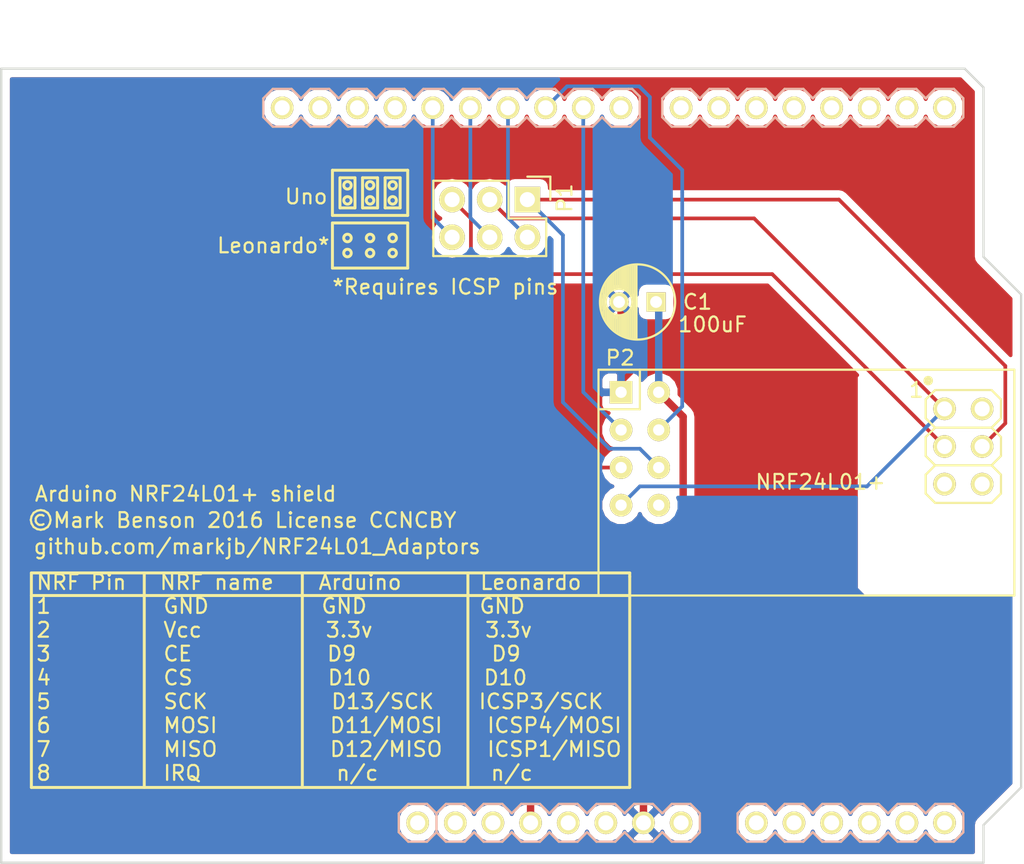
<source format=kicad_pcb>
(kicad_pcb (version 4) (host pcbnew 4.0.2-stable)

  (general
    (links 15)
    (no_connects 0)
    (area 142.9671 46.6524 217.471601 105.4536)
    (thickness 1.6)
    (drawings 57)
    (tracks 57)
    (zones 0)
    (modules 4)
    (nets 40)
  )

  (page A4)
  (title_block
    (title "Arduino Uno/Leonardo NRF24L01+ Shield")
    (date 2016-08-15)
    (rev 1)
    (comment 1 "Copyright Mark Benson 2016")
    (comment 2 "License: Creative Commons Attribution Non Commercial (CCNCBY 4.0)")
    (comment 3 github.com/markjb/NRF24L01_Adaptors)
  )

  (layers
    (0 F.Cu signal)
    (31 B.Cu signal)
    (32 B.Adhes user)
    (33 F.Adhes user)
    (34 B.Paste user)
    (35 F.Paste user)
    (36 B.SilkS user)
    (37 F.SilkS user)
    (38 B.Mask user)
    (39 F.Mask user)
    (40 Dwgs.User user)
    (41 Cmts.User user)
    (42 Eco1.User user)
    (43 Eco2.User user)
    (44 Edge.Cuts user)
    (45 Margin user)
    (46 B.CrtYd user)
    (47 F.CrtYd user)
    (48 B.Fab user)
    (49 F.Fab user)
  )

  (setup
    (last_trace_width 0.25)
    (user_trace_width 0.5)
    (user_trace_width 0.75)
    (user_trace_width 1)
    (trace_clearance 0.2)
    (zone_clearance 0.508)
    (zone_45_only yes)
    (trace_min 0.2)
    (segment_width 0.2)
    (edge_width 0.15)
    (via_size 0.6)
    (via_drill 0.4)
    (via_min_size 0.4)
    (via_min_drill 0.3)
    (uvia_size 0.3)
    (uvia_drill 0.1)
    (uvias_allowed no)
    (uvia_min_size 0.2)
    (uvia_min_drill 0.1)
    (pcb_text_width 0.3)
    (pcb_text_size 1.5 1.5)
    (mod_edge_width 0.15)
    (mod_text_size 1 1)
    (mod_text_width 0.15)
    (pad_size 1.524 1.524)
    (pad_drill 0.762)
    (pad_to_mask_clearance 0.2)
    (aux_axis_origin 0 0)
    (visible_elements 7FFFFFFF)
    (pcbplotparams
      (layerselection 0x00030_80000001)
      (usegerberextensions false)
      (excludeedgelayer true)
      (linewidth 0.100000)
      (plotframeref false)
      (viasonmask false)
      (mode 1)
      (useauxorigin false)
      (hpglpennumber 1)
      (hpglpenspeed 20)
      (hpglpendiameter 15)
      (hpglpenoverlay 2)
      (psnegative false)
      (psa4output false)
      (plotreference true)
      (plotvalue true)
      (plotinvisibletext false)
      (padsonsilk false)
      (subtractmaskfromsilk false)
      (outputformat 1)
      (mirror false)
      (drillshape 0)
      (scaleselection 1)
      (outputdirectory ""))
  )

  (net 0 "")
  (net 1 "Net-(P1-Pad1)")
  (net 2 "Net-(P1-Pad2)")
  (net 3 "Net-(P1-Pad3)")
  (net 4 "Net-(P1-Pad4)")
  (net 5 "Net-(P1-Pad5)")
  (net 6 "Net-(P1-Pad6)")
  (net 7 "Net-(U1-PadAD5)")
  (net 8 "Net-(U1-PadAD4)")
  (net 9 "Net-(U1-PadAD3)")
  (net 10 "Net-(U1-PadAD0)")
  (net 11 "Net-(U1-PadAD1)")
  (net 12 "Net-(U1-PadAD2)")
  (net 13 "Net-(U1-PadV_IN)")
  (net 14 "Net-(U1-PadGND1)")
  (net 15 "Net-(U1-PadRST)")
  (net 16 "Net-(U1-Pad0)")
  (net 17 "Net-(U1-Pad1)")
  (net 18 "Net-(U1-Pad2)")
  (net 19 "Net-(U1-Pad3)")
  (net 20 "Net-(U1-Pad4)")
  (net 21 "Net-(U1-Pad5)")
  (net 22 "Net-(U1-Pad6)")
  (net 23 "Net-(U1-Pad7)")
  (net 24 "Net-(U1-Pad8)")
  (net 25 "Net-(U1-PadGND3)")
  (net 26 "Net-(U1-PadAREF)")
  (net 27 "Net-(U1-Pad5V)")
  (net 28 "Net-(P2-Pad3)")
  (net 29 "Net-(P2-Pad4)")
  (net 30 "Net-(P2-Pad8)")
  (net 31 "Net-(U1-PadSDA)")
  (net 32 "Net-(U1-PadSCL)")
  (net 33 "Net-(U1-PadIO_R)")
  (net 34 "Net-(U1-PadNC)")
  (net 35 "Net-(U1-PadSP2)")
  (net 36 "Net-(U1-PadSP5)")
  (net 37 "Net-(U1-PadSP6)")
  (net 38 "Net-(C1-Pad2)")
  (net 39 "Net-(C1-Pad1)")

  (net_class Default "This is the default net class."
    (clearance 0.2)
    (trace_width 0.25)
    (via_dia 0.6)
    (via_drill 0.4)
    (uvia_dia 0.3)
    (uvia_drill 0.1)
    (add_net "Net-(C1-Pad1)")
    (add_net "Net-(C1-Pad2)")
    (add_net "Net-(P1-Pad1)")
    (add_net "Net-(P1-Pad2)")
    (add_net "Net-(P1-Pad3)")
    (add_net "Net-(P1-Pad4)")
    (add_net "Net-(P1-Pad5)")
    (add_net "Net-(P1-Pad6)")
    (add_net "Net-(P2-Pad3)")
    (add_net "Net-(P2-Pad4)")
    (add_net "Net-(P2-Pad8)")
    (add_net "Net-(U1-Pad0)")
    (add_net "Net-(U1-Pad1)")
    (add_net "Net-(U1-Pad2)")
    (add_net "Net-(U1-Pad3)")
    (add_net "Net-(U1-Pad4)")
    (add_net "Net-(U1-Pad5)")
    (add_net "Net-(U1-Pad5V)")
    (add_net "Net-(U1-Pad6)")
    (add_net "Net-(U1-Pad7)")
    (add_net "Net-(U1-Pad8)")
    (add_net "Net-(U1-PadAD0)")
    (add_net "Net-(U1-PadAD1)")
    (add_net "Net-(U1-PadAD2)")
    (add_net "Net-(U1-PadAD3)")
    (add_net "Net-(U1-PadAD4)")
    (add_net "Net-(U1-PadAD5)")
    (add_net "Net-(U1-PadAREF)")
    (add_net "Net-(U1-PadGND1)")
    (add_net "Net-(U1-PadGND3)")
    (add_net "Net-(U1-PadIO_R)")
    (add_net "Net-(U1-PadNC)")
    (add_net "Net-(U1-PadRST)")
    (add_net "Net-(U1-PadSCL)")
    (add_net "Net-(U1-PadSDA)")
    (add_net "Net-(U1-PadSP2)")
    (add_net "Net-(U1-PadSP5)")
    (add_net "Net-(U1-PadSP6)")
    (add_net "Net-(U1-PadV_IN)")
  )

  (module freetronics_footprints:ARDUINO_SHIELD_ROUNDPADS locked (layer F.Cu) (tedit 57B1CD94) (tstamp 57B17DC2)
    (at 148.5011 105.0036)
    (descr test)
    (path /57ADEAD9)
    (fp_text reference U1 (at -3.81 -49.53 90) (layer F.SilkS) hide
      (effects (font (thickness 0.3048)))
    )
    (fp_text value "NRF24L01+ Shield" (at 10.16 -54.61) (layer F.SilkS) hide
      (effects (font (thickness 0.3048)))
    )
    (fp_line (start 39.751 -49.53) (end 38.481 -49.53) (layer F.SilkS) (width 0.15))
    (fp_line (start 38.481 -49.53) (end 37.846 -50.165) (layer F.SilkS) (width 0.15))
    (fp_line (start 37.846 -50.165) (end 37.211 -49.53) (layer F.SilkS) (width 0.15))
    (fp_line (start 37.211 -49.53) (end 35.941 -49.53) (layer F.SilkS) (width 0.15))
    (fp_line (start 35.941 -49.53) (end 35.306 -50.165) (layer F.SilkS) (width 0.15))
    (fp_line (start 35.306 -50.165) (end 34.671 -49.53) (layer F.SilkS) (width 0.15))
    (fp_line (start 34.671 -49.53) (end 33.401 -49.53) (layer F.SilkS) (width 0.15))
    (fp_line (start 33.401 -49.53) (end 32.766 -50.165) (layer F.SilkS) (width 0.15))
    (fp_line (start 32.766 -50.165) (end 32.131 -49.53) (layer F.SilkS) (width 0.15))
    (fp_line (start 32.131 -49.53) (end 30.861 -49.53) (layer F.SilkS) (width 0.15))
    (fp_line (start 30.861 -49.53) (end 30.226 -50.165) (layer F.SilkS) (width 0.15))
    (fp_line (start 30.226 -50.165) (end 29.591 -49.53) (layer F.SilkS) (width 0.15))
    (fp_line (start 29.591 -49.53) (end 28.448 -49.53) (layer F.SilkS) (width 0.15))
    (fp_line (start 28.448 -49.53) (end 28.321 -49.53) (layer F.SilkS) (width 0.15))
    (fp_line (start 28.321 -49.53) (end 27.686 -50.165) (layer F.SilkS) (width 0.15))
    (fp_line (start 27.686 -50.165) (end 27.051 -49.53) (layer F.SilkS) (width 0.15))
    (fp_line (start 27.051 -49.53) (end 25.781 -49.53) (layer F.SilkS) (width 0.15))
    (fp_line (start 25.781 -49.53) (end 25.146 -50.165) (layer F.SilkS) (width 0.15))
    (fp_line (start 25.146 -50.165) (end 24.511 -49.53) (layer F.SilkS) (width 0.15))
    (fp_line (start 24.511 -49.53) (end 23.241 -49.53) (layer F.SilkS) (width 0.15))
    (fp_line (start 23.241 -49.53) (end 22.606 -50.165) (layer F.SilkS) (width 0.15))
    (fp_line (start 22.606 -50.165) (end 21.971 -49.53) (layer F.SilkS) (width 0.15))
    (fp_line (start 21.971 -49.53) (end 20.701 -49.53) (layer F.SilkS) (width 0.15))
    (fp_line (start 20.701 -49.53) (end 20.066 -50.165) (layer F.SilkS) (width 0.15))
    (fp_line (start 20.066 -50.165) (end 19.431 -49.53) (layer F.SilkS) (width 0.15))
    (fp_line (start 19.431 -49.53) (end 18.161 -49.53) (layer F.SilkS) (width 0.15))
    (fp_line (start 18.161 -49.53) (end 17.526 -50.165) (layer F.SilkS) (width 0.15))
    (fp_line (start 17.526 -51.435) (end 17.526 -50.165) (layer F.SilkS) (width 0.15))
    (fp_line (start 24.511 -52.07) (end 23.241 -52.07) (layer F.SilkS) (width 0.15))
    (fp_line (start 23.241 -52.07) (end 22.606 -51.435) (layer F.SilkS) (width 0.15))
    (fp_line (start 22.606 -51.435) (end 21.971 -52.07) (layer F.SilkS) (width 0.15))
    (fp_line (start 21.971 -52.07) (end 20.701 -52.07) (layer F.SilkS) (width 0.15))
    (fp_line (start 20.701 -52.07) (end 20.066 -51.435) (layer F.SilkS) (width 0.15))
    (fp_line (start 20.066 -51.435) (end 19.431 -52.07) (layer F.SilkS) (width 0.15))
    (fp_line (start 19.431 -52.07) (end 18.161 -52.07) (layer F.SilkS) (width 0.15))
    (fp_line (start 18.161 -52.07) (end 17.526 -51.435) (layer F.SilkS) (width 0.15))
    (fp_line (start 39.751 -52.07) (end 38.481 -52.07) (layer F.SilkS) (width 0.15))
    (fp_line (start 38.481 -52.07) (end 37.846 -51.435) (layer F.SilkS) (width 0.15))
    (fp_line (start 37.846 -51.435) (end 37.211 -52.07) (layer F.SilkS) (width 0.15))
    (fp_line (start 37.211 -52.07) (end 35.941 -52.07) (layer F.SilkS) (width 0.15))
    (fp_line (start 35.941 -52.07) (end 35.306 -51.435) (layer F.SilkS) (width 0.15))
    (fp_line (start 35.306 -51.435) (end 34.671 -52.07) (layer F.SilkS) (width 0.15))
    (fp_line (start 34.671 -52.07) (end 33.401 -52.07) (layer F.SilkS) (width 0.15))
    (fp_line (start 33.401 -52.07) (end 32.766 -51.435) (layer F.SilkS) (width 0.15))
    (fp_line (start 32.766 -51.435) (end 32.131 -52.07) (layer F.SilkS) (width 0.15))
    (fp_line (start 32.131 -52.07) (end 30.988 -52.07) (layer F.SilkS) (width 0.15))
    (fp_line (start 30.988 -52.07) (end 30.353 -51.435) (layer F.SilkS) (width 0.15))
    (fp_line (start 30.353 -51.435) (end 29.718 -52.07) (layer F.SilkS) (width 0.15))
    (fp_line (start 29.718 -52.07) (end 28.321 -52.07) (layer F.SilkS) (width 0.15))
    (fp_line (start 28.321 -52.07) (end 27.686 -51.435) (layer F.SilkS) (width 0.15))
    (fp_line (start 27.686 -51.435) (end 27.051 -52.07) (layer F.SilkS) (width 0.15))
    (fp_line (start 27.051 -52.07) (end 25.781 -52.07) (layer F.SilkS) (width 0.15))
    (fp_line (start 25.781 -52.07) (end 25.146 -51.435) (layer F.SilkS) (width 0.15))
    (fp_line (start 25.146 -51.435) (end 24.511 -52.07) (layer F.SilkS) (width 0.15))
    (fp_line (start 41.021 -52.07) (end 42.164 -52.07) (layer F.SilkS) (width 0.15))
    (fp_line (start 42.291 -49.53) (end 41.021 -49.53) (layer F.SilkS) (width 0.15))
    (fp_line (start 42.926 -50.165) (end 42.926 -51.562) (layer F.SilkS) (width 0.15))
    (fp_line (start 42.926 -50.165) (end 42.291 -49.53) (layer F.SilkS) (width 0.15))
    (fp_line (start 41.021 -49.53) (end 40.386 -50.165) (layer F.SilkS) (width 0.15))
    (fp_line (start 40.386 -50.165) (end 39.751 -49.53) (layer F.SilkS) (width 0.15))
    (fp_line (start 40.386 -51.435) (end 39.751 -52.07) (layer F.SilkS) (width 0.15))
    (fp_line (start 41.021 -52.07) (end 40.386 -51.435) (layer F.SilkS) (width 0.15))
    (fp_line (start 42.926 -51.562) (end 42.418 -52.07) (layer F.SilkS) (width 0.15))
    (fp_line (start 42.418 -52.07) (end 42.164 -52.07) (layer F.SilkS) (width 0.15))
    (fp_line (start 61.595 -49.53) (end 60.325 -49.53) (layer F.SilkS) (width 0.15))
    (fp_line (start 60.325 -49.53) (end 59.69 -50.165) (layer F.SilkS) (width 0.15))
    (fp_line (start 59.69 -50.165) (end 59.055 -49.53) (layer F.SilkS) (width 0.15))
    (fp_line (start 59.055 -49.53) (end 57.785 -49.53) (layer F.SilkS) (width 0.15))
    (fp_line (start 57.785 -49.53) (end 57.15 -50.165) (layer F.SilkS) (width 0.15))
    (fp_line (start 57.15 -50.165) (end 56.515 -49.53) (layer F.SilkS) (width 0.15))
    (fp_line (start 56.515 -49.53) (end 55.245 -49.53) (layer F.SilkS) (width 0.15))
    (fp_line (start 55.245 -49.53) (end 54.61 -50.165) (layer F.SilkS) (width 0.15))
    (fp_line (start 54.61 -50.165) (end 53.975 -49.53) (layer F.SilkS) (width 0.15))
    (fp_line (start 53.975 -49.53) (end 52.705 -49.53) (layer F.SilkS) (width 0.15))
    (fp_line (start 52.705 -49.53) (end 52.07 -50.165) (layer F.SilkS) (width 0.15))
    (fp_line (start 52.07 -50.165) (end 51.435 -49.53) (layer F.SilkS) (width 0.15))
    (fp_line (start 51.435 -49.53) (end 50.165 -49.53) (layer F.SilkS) (width 0.15))
    (fp_line (start 50.165 -49.53) (end 49.53 -50.165) (layer F.SilkS) (width 0.15))
    (fp_line (start 49.53 -50.165) (end 48.895 -49.53) (layer F.SilkS) (width 0.15))
    (fp_line (start 48.895 -49.53) (end 47.625 -49.53) (layer F.SilkS) (width 0.15))
    (fp_line (start 47.625 -49.53) (end 46.99 -50.165) (layer F.SilkS) (width 0.15))
    (fp_line (start 46.99 -50.165) (end 46.355 -49.53) (layer F.SilkS) (width 0.15))
    (fp_line (start 46.355 -49.53) (end 45.085 -49.53) (layer F.SilkS) (width 0.15))
    (fp_line (start 45.085 -49.53) (end 44.45 -50.165) (layer F.SilkS) (width 0.15))
    (fp_line (start 44.45 -50.165) (end 44.45 -51.435) (layer F.SilkS) (width 0.15))
    (fp_line (start 44.45 -51.435) (end 45.085 -52.07) (layer F.SilkS) (width 0.15))
    (fp_line (start 45.085 -52.07) (end 46.355 -52.07) (layer F.SilkS) (width 0.15))
    (fp_line (start 46.355 -52.07) (end 46.99 -51.435) (layer F.SilkS) (width 0.15))
    (fp_line (start 46.99 -51.435) (end 47.625 -52.07) (layer F.SilkS) (width 0.15))
    (fp_line (start 47.625 -52.07) (end 48.895 -52.07) (layer F.SilkS) (width 0.15))
    (fp_line (start 48.895 -52.07) (end 49.53 -51.435) (layer F.SilkS) (width 0.15))
    (fp_line (start 49.53 -51.435) (end 50.165 -52.07) (layer F.SilkS) (width 0.15))
    (fp_line (start 50.165 -52.07) (end 51.435 -52.07) (layer F.SilkS) (width 0.15))
    (fp_line (start 51.435 -52.07) (end 52.07 -51.435) (layer F.SilkS) (width 0.15))
    (fp_line (start 52.07 -51.435) (end 52.705 -52.07) (layer F.SilkS) (width 0.15))
    (fp_line (start 52.705 -52.07) (end 53.975 -52.07) (layer F.SilkS) (width 0.15))
    (fp_line (start 53.975 -52.07) (end 54.61 -51.435) (layer F.SilkS) (width 0.15))
    (fp_line (start 54.61 -51.435) (end 55.245 -52.07) (layer F.SilkS) (width 0.15))
    (fp_line (start 55.245 -52.07) (end 56.515 -52.07) (layer F.SilkS) (width 0.15))
    (fp_line (start 56.515 -52.07) (end 57.15 -51.435) (layer F.SilkS) (width 0.15))
    (fp_line (start 57.15 -51.435) (end 57.785 -52.07) (layer F.SilkS) (width 0.15))
    (fp_line (start 57.785 -52.07) (end 59.055 -52.07) (layer F.SilkS) (width 0.15))
    (fp_line (start 59.055 -52.07) (end 59.69 -51.435) (layer F.SilkS) (width 0.15))
    (fp_line (start 59.69 -51.435) (end 60.325 -52.07) (layer F.SilkS) (width 0.15))
    (fp_line (start 60.325 -52.07) (end 61.595 -52.07) (layer F.SilkS) (width 0.15))
    (fp_line (start 61.595 -52.07) (end 62.23 -51.435) (layer F.SilkS) (width 0.15))
    (fp_line (start 62.23 -51.435) (end 62.865 -52.07) (layer F.SilkS) (width 0.15))
    (fp_line (start 62.865 -52.07) (end 64.135 -52.07) (layer F.SilkS) (width 0.15))
    (fp_line (start 64.135 -52.07) (end 64.77 -51.435) (layer F.SilkS) (width 0.15))
    (fp_line (start 61.595 -49.53) (end 62.23 -50.165) (layer F.SilkS) (width 0.15))
    (fp_line (start 62.23 -50.165) (end 61.595 -49.53) (layer F.SilkS) (width 0.15))
    (fp_line (start 62.865 -49.53) (end 64.135 -49.53) (layer F.SilkS) (width 0.15))
    (fp_line (start 64.77 -51.435) (end 64.77 -50.165) (layer F.SilkS) (width 0.15))
    (fp_line (start 64.77 -50.165) (end 64.135 -49.53) (layer F.SilkS) (width 0.15))
    (fp_line (start 62.865 -49.53) (end 62.23 -50.165) (layer F.SilkS) (width 0.15))
    (fp_line (start 39.751 -49.53) (end 38.481 -49.53) (layer B.SilkS) (width 0.15))
    (fp_line (start 38.481 -49.53) (end 37.846 -50.165) (layer B.SilkS) (width 0.15))
    (fp_line (start 37.846 -50.165) (end 37.211 -49.53) (layer B.SilkS) (width 0.15))
    (fp_line (start 37.211 -49.53) (end 35.941 -49.53) (layer B.SilkS) (width 0.15))
    (fp_line (start 35.941 -49.53) (end 35.306 -50.165) (layer B.SilkS) (width 0.15))
    (fp_line (start 35.306 -50.165) (end 34.671 -49.53) (layer B.SilkS) (width 0.15))
    (fp_line (start 34.671 -49.53) (end 33.401 -49.53) (layer B.SilkS) (width 0.15))
    (fp_line (start 33.401 -49.53) (end 32.766 -50.165) (layer B.SilkS) (width 0.15))
    (fp_line (start 32.766 -50.165) (end 32.131 -49.53) (layer B.SilkS) (width 0.15))
    (fp_line (start 32.131 -49.53) (end 30.861 -49.53) (layer B.SilkS) (width 0.15))
    (fp_line (start 30.861 -49.53) (end 30.226 -50.165) (layer B.SilkS) (width 0.15))
    (fp_line (start 30.226 -50.165) (end 29.591 -49.53) (layer B.SilkS) (width 0.15))
    (fp_line (start 29.591 -49.53) (end 28.448 -49.53) (layer B.SilkS) (width 0.15))
    (fp_line (start 28.448 -49.53) (end 28.321 -49.53) (layer B.SilkS) (width 0.15))
    (fp_line (start 28.321 -49.53) (end 27.686 -50.165) (layer B.SilkS) (width 0.15))
    (fp_line (start 27.686 -50.165) (end 27.051 -49.53) (layer B.SilkS) (width 0.15))
    (fp_line (start 27.051 -49.53) (end 25.781 -49.53) (layer B.SilkS) (width 0.15))
    (fp_line (start 25.781 -49.53) (end 25.146 -50.165) (layer B.SilkS) (width 0.15))
    (fp_line (start 25.146 -50.165) (end 24.511 -49.53) (layer B.SilkS) (width 0.15))
    (fp_line (start 24.511 -49.53) (end 23.241 -49.53) (layer B.SilkS) (width 0.15))
    (fp_line (start 23.241 -49.53) (end 22.606 -50.165) (layer B.SilkS) (width 0.15))
    (fp_line (start 22.606 -50.165) (end 21.971 -49.53) (layer B.SilkS) (width 0.15))
    (fp_line (start 21.971 -49.53) (end 20.701 -49.53) (layer B.SilkS) (width 0.15))
    (fp_line (start 20.701 -49.53) (end 20.066 -50.165) (layer B.SilkS) (width 0.15))
    (fp_line (start 20.066 -50.165) (end 19.431 -49.53) (layer B.SilkS) (width 0.15))
    (fp_line (start 19.431 -49.53) (end 18.161 -49.53) (layer B.SilkS) (width 0.15))
    (fp_line (start 18.161 -49.53) (end 17.526 -50.165) (layer B.SilkS) (width 0.15))
    (fp_line (start 17.526 -51.435) (end 17.526 -50.165) (layer B.SilkS) (width 0.15))
    (fp_line (start 24.511 -52.07) (end 23.241 -52.07) (layer B.SilkS) (width 0.15))
    (fp_line (start 23.241 -52.07) (end 22.606 -51.435) (layer B.SilkS) (width 0.15))
    (fp_line (start 22.606 -51.435) (end 21.971 -52.07) (layer B.SilkS) (width 0.15))
    (fp_line (start 21.971 -52.07) (end 20.701 -52.07) (layer B.SilkS) (width 0.15))
    (fp_line (start 20.701 -52.07) (end 20.066 -51.435) (layer B.SilkS) (width 0.15))
    (fp_line (start 20.066 -51.435) (end 19.431 -52.07) (layer B.SilkS) (width 0.15))
    (fp_line (start 19.431 -52.07) (end 18.161 -52.07) (layer B.SilkS) (width 0.15))
    (fp_line (start 18.161 -52.07) (end 17.526 -51.435) (layer B.SilkS) (width 0.15))
    (fp_line (start 39.751 -52.07) (end 38.481 -52.07) (layer B.SilkS) (width 0.15))
    (fp_line (start 38.481 -52.07) (end 37.846 -51.435) (layer B.SilkS) (width 0.15))
    (fp_line (start 37.846 -51.435) (end 37.211 -52.07) (layer B.SilkS) (width 0.15))
    (fp_line (start 37.211 -52.07) (end 35.941 -52.07) (layer B.SilkS) (width 0.15))
    (fp_line (start 35.941 -52.07) (end 35.306 -51.435) (layer B.SilkS) (width 0.15))
    (fp_line (start 35.306 -51.435) (end 34.671 -52.07) (layer B.SilkS) (width 0.15))
    (fp_line (start 34.671 -52.07) (end 33.401 -52.07) (layer B.SilkS) (width 0.15))
    (fp_line (start 33.401 -52.07) (end 32.766 -51.435) (layer B.SilkS) (width 0.15))
    (fp_line (start 32.766 -51.435) (end 32.131 -52.07) (layer B.SilkS) (width 0.15))
    (fp_line (start 32.131 -52.07) (end 30.988 -52.07) (layer B.SilkS) (width 0.15))
    (fp_line (start 30.988 -52.07) (end 30.353 -51.435) (layer B.SilkS) (width 0.15))
    (fp_line (start 30.353 -51.435) (end 29.718 -52.07) (layer B.SilkS) (width 0.15))
    (fp_line (start 29.718 -52.07) (end 28.321 -52.07) (layer B.SilkS) (width 0.15))
    (fp_line (start 28.321 -52.07) (end 27.686 -51.435) (layer B.SilkS) (width 0.15))
    (fp_line (start 27.686 -51.435) (end 27.051 -52.07) (layer B.SilkS) (width 0.15))
    (fp_line (start 27.051 -52.07) (end 25.781 -52.07) (layer B.SilkS) (width 0.15))
    (fp_line (start 25.781 -52.07) (end 25.146 -51.435) (layer B.SilkS) (width 0.15))
    (fp_line (start 25.146 -51.435) (end 24.511 -52.07) (layer B.SilkS) (width 0.15))
    (fp_line (start 41.021 -52.07) (end 42.164 -52.07) (layer B.SilkS) (width 0.15))
    (fp_line (start 42.291 -49.53) (end 41.021 -49.53) (layer B.SilkS) (width 0.15))
    (fp_line (start 42.926 -50.165) (end 42.926 -51.562) (layer B.SilkS) (width 0.15))
    (fp_line (start 42.926 -50.165) (end 42.291 -49.53) (layer B.SilkS) (width 0.15))
    (fp_line (start 41.021 -49.53) (end 40.386 -50.165) (layer B.SilkS) (width 0.15))
    (fp_line (start 40.386 -50.165) (end 39.751 -49.53) (layer B.SilkS) (width 0.15))
    (fp_line (start 40.386 -51.435) (end 39.751 -52.07) (layer B.SilkS) (width 0.15))
    (fp_line (start 41.021 -52.07) (end 40.386 -51.435) (layer B.SilkS) (width 0.15))
    (fp_line (start 42.926 -51.562) (end 42.418 -52.07) (layer B.SilkS) (width 0.15))
    (fp_line (start 42.418 -52.07) (end 42.164 -52.07) (layer B.SilkS) (width 0.15))
    (fp_line (start 61.595 -49.53) (end 60.325 -49.53) (layer B.SilkS) (width 0.15))
    (fp_line (start 60.325 -49.53) (end 59.69 -50.165) (layer B.SilkS) (width 0.15))
    (fp_line (start 59.69 -50.165) (end 59.055 -49.53) (layer B.SilkS) (width 0.15))
    (fp_line (start 59.055 -49.53) (end 57.785 -49.53) (layer B.SilkS) (width 0.15))
    (fp_line (start 57.785 -49.53) (end 57.15 -50.165) (layer B.SilkS) (width 0.15))
    (fp_line (start 57.15 -50.165) (end 56.515 -49.53) (layer B.SilkS) (width 0.15))
    (fp_line (start 56.515 -49.53) (end 55.245 -49.53) (layer B.SilkS) (width 0.15))
    (fp_line (start 55.245 -49.53) (end 54.61 -50.165) (layer B.SilkS) (width 0.15))
    (fp_line (start 54.61 -50.165) (end 53.975 -49.53) (layer B.SilkS) (width 0.15))
    (fp_line (start 53.975 -49.53) (end 52.705 -49.53) (layer B.SilkS) (width 0.15))
    (fp_line (start 52.705 -49.53) (end 52.07 -50.165) (layer B.SilkS) (width 0.15))
    (fp_line (start 52.07 -50.165) (end 51.435 -49.53) (layer B.SilkS) (width 0.15))
    (fp_line (start 51.435 -49.53) (end 50.165 -49.53) (layer B.SilkS) (width 0.15))
    (fp_line (start 50.165 -49.53) (end 49.53 -50.165) (layer B.SilkS) (width 0.15))
    (fp_line (start 49.53 -50.165) (end 48.895 -49.53) (layer B.SilkS) (width 0.15))
    (fp_line (start 48.895 -49.53) (end 47.625 -49.53) (layer B.SilkS) (width 0.15))
    (fp_line (start 47.625 -49.53) (end 46.99 -50.165) (layer B.SilkS) (width 0.15))
    (fp_line (start 46.99 -50.165) (end 46.355 -49.53) (layer B.SilkS) (width 0.15))
    (fp_line (start 46.355 -49.53) (end 45.085 -49.53) (layer B.SilkS) (width 0.15))
    (fp_line (start 45.085 -49.53) (end 44.45 -50.165) (layer B.SilkS) (width 0.15))
    (fp_line (start 44.45 -50.165) (end 44.45 -51.435) (layer B.SilkS) (width 0.15))
    (fp_line (start 44.45 -51.435) (end 45.085 -52.07) (layer B.SilkS) (width 0.15))
    (fp_line (start 45.085 -52.07) (end 46.355 -52.07) (layer B.SilkS) (width 0.15))
    (fp_line (start 46.355 -52.07) (end 46.99 -51.435) (layer B.SilkS) (width 0.15))
    (fp_line (start 46.99 -51.435) (end 47.625 -52.07) (layer B.SilkS) (width 0.15))
    (fp_line (start 47.625 -52.07) (end 48.895 -52.07) (layer B.SilkS) (width 0.15))
    (fp_line (start 48.895 -52.07) (end 49.53 -51.435) (layer B.SilkS) (width 0.15))
    (fp_line (start 49.53 -51.435) (end 50.165 -52.07) (layer B.SilkS) (width 0.15))
    (fp_line (start 50.165 -52.07) (end 51.435 -52.07) (layer B.SilkS) (width 0.15))
    (fp_line (start 51.435 -52.07) (end 52.07 -51.435) (layer B.SilkS) (width 0.15))
    (fp_line (start 52.07 -51.435) (end 52.705 -52.07) (layer B.SilkS) (width 0.15))
    (fp_line (start 52.705 -52.07) (end 53.975 -52.07) (layer B.SilkS) (width 0.15))
    (fp_line (start 53.975 -52.07) (end 54.61 -51.435) (layer B.SilkS) (width 0.15))
    (fp_line (start 54.61 -51.435) (end 55.245 -52.07) (layer B.SilkS) (width 0.15))
    (fp_line (start 55.245 -52.07) (end 56.515 -52.07) (layer B.SilkS) (width 0.15))
    (fp_line (start 56.515 -52.07) (end 57.15 -51.435) (layer B.SilkS) (width 0.15))
    (fp_line (start 57.15 -51.435) (end 57.785 -52.07) (layer B.SilkS) (width 0.15))
    (fp_line (start 57.785 -52.07) (end 59.055 -52.07) (layer B.SilkS) (width 0.15))
    (fp_line (start 59.055 -52.07) (end 59.69 -51.435) (layer B.SilkS) (width 0.15))
    (fp_line (start 59.69 -51.435) (end 60.325 -52.07) (layer B.SilkS) (width 0.15))
    (fp_line (start 60.325 -52.07) (end 61.595 -52.07) (layer B.SilkS) (width 0.15))
    (fp_line (start 61.595 -52.07) (end 62.23 -51.435) (layer B.SilkS) (width 0.15))
    (fp_line (start 62.23 -51.435) (end 62.865 -52.07) (layer B.SilkS) (width 0.15))
    (fp_line (start 62.865 -52.07) (end 64.135 -52.07) (layer B.SilkS) (width 0.15))
    (fp_line (start 64.135 -52.07) (end 64.77 -51.435) (layer B.SilkS) (width 0.15))
    (fp_line (start 61.595 -49.53) (end 62.23 -50.165) (layer B.SilkS) (width 0.15))
    (fp_line (start 62.23 -50.165) (end 61.595 -49.53) (layer B.SilkS) (width 0.15))
    (fp_line (start 62.865 -49.53) (end 64.135 -49.53) (layer B.SilkS) (width 0.15))
    (fp_line (start 64.77 -51.435) (end 64.77 -50.165) (layer B.SilkS) (width 0.15))
    (fp_line (start 64.77 -50.165) (end 64.135 -49.53) (layer B.SilkS) (width 0.15))
    (fp_line (start 62.865 -49.53) (end 62.23 -50.165) (layer B.SilkS) (width 0.15))
    (fp_circle (center 62.4 -32.385) (end 62.23 -32.385) (layer F.SilkS) (width 0.3))
    (fp_text user 1 (at 61.595 -31.75) (layer F.SilkS)
      (effects (font (size 1 1) (thickness 0.15)))
    )
    (fp_line (start 62.865 -26.67) (end 66.675 -26.67) (layer F.SilkS) (width 0.15))
    (fp_line (start 66.675 -29.21) (end 67.31 -29.845) (layer F.SilkS) (width 0.15))
    (fp_line (start 67.31 -29.845) (end 67.31 -31.115) (layer F.SilkS) (width 0.15))
    (fp_line (start 67.31 -31.115) (end 66.675 -31.75) (layer F.SilkS) (width 0.15))
    (fp_line (start 66.675 -31.75) (end 62.865 -31.75) (layer F.SilkS) (width 0.15))
    (fp_line (start 62.865 -31.75) (end 62.23 -31.115) (layer F.SilkS) (width 0.15))
    (fp_line (start 62.23 -31.115) (end 62.23 -29.845) (layer F.SilkS) (width 0.15))
    (fp_line (start 62.23 -29.845) (end 62.865 -29.21) (layer F.SilkS) (width 0.15))
    (fp_line (start 66.675 -26.67) (end 67.31 -26.035) (layer F.SilkS) (width 0.15))
    (fp_line (start 67.31 -26.035) (end 67.31 -24.765) (layer F.SilkS) (width 0.15))
    (fp_line (start 67.31 -24.765) (end 66.675 -24.13) (layer F.SilkS) (width 0.15))
    (fp_line (start 66.675 -24.13) (end 62.865 -24.13) (layer F.SilkS) (width 0.15))
    (fp_line (start 62.865 -24.13) (end 62.23 -24.765) (layer F.SilkS) (width 0.15))
    (fp_line (start 62.23 -24.765) (end 62.23 -26.035) (layer F.SilkS) (width 0.15))
    (fp_line (start 62.23 -26.035) (end 62.865 -26.67) (layer F.SilkS) (width 0.15))
    (fp_line (start 62.865 -26.67) (end 62.23 -27.305) (layer F.SilkS) (width 0.15))
    (fp_line (start 62.23 -27.305) (end 62.23 -28.575) (layer F.SilkS) (width 0.15))
    (fp_line (start 62.23 -28.575) (end 62.865 -29.21) (layer F.SilkS) (width 0.15))
    (fp_line (start 62.865 -29.21) (end 66.04 -29.21) (layer F.SilkS) (width 0.15))
    (fp_line (start 66.04 -29.21) (end 66.675 -29.21) (layer F.SilkS) (width 0.15))
    (fp_line (start 66.675 -29.21) (end 67.31 -28.575) (layer F.SilkS) (width 0.15))
    (fp_line (start 67.31 -28.575) (end 67.31 -27.305) (layer F.SilkS) (width 0.15))
    (fp_line (start 67.31 -27.305) (end 66.675 -26.67) (layer F.SilkS) (width 0.15))
    (fp_line (start 56.515 -3.81) (end 55.245 -3.81) (layer F.SilkS) (width 0.15))
    (fp_line (start 55.245 -3.81) (end 54.61 -3.175) (layer F.SilkS) (width 0.15))
    (fp_line (start 54.61 -3.175) (end 53.975 -3.81) (layer F.SilkS) (width 0.15))
    (fp_line (start 53.975 -3.81) (end 52.705 -3.81) (layer F.SilkS) (width 0.15))
    (fp_line (start 52.705 -3.81) (end 52.07 -3.175) (layer F.SilkS) (width 0.15))
    (fp_line (start 52.07 -3.175) (end 51.435 -3.81) (layer F.SilkS) (width 0.15))
    (fp_line (start 51.435 -3.81) (end 50.165 -3.81) (layer F.SilkS) (width 0.15))
    (fp_line (start 50.165 -3.81) (end 49.53 -3.175) (layer F.SilkS) (width 0.15))
    (fp_line (start 57.785 -3.81) (end 59.055 -3.81) (layer F.SilkS) (width 0.15))
    (fp_line (start 57.15 -1.905) (end 57.785 -1.27) (layer F.SilkS) (width 0.15))
    (fp_line (start 57.785 -1.27) (end 59.055 -1.27) (layer F.SilkS) (width 0.15))
    (fp_line (start 59.055 -1.27) (end 59.69 -1.905) (layer F.SilkS) (width 0.15))
    (fp_line (start 59.69 -1.905) (end 60.325 -1.27) (layer F.SilkS) (width 0.15))
    (fp_line (start 60.325 -1.27) (end 61.595 -1.27) (layer F.SilkS) (width 0.15))
    (fp_line (start 61.595 -1.27) (end 62.23 -1.905) (layer F.SilkS) (width 0.15))
    (fp_line (start 62.23 -1.905) (end 62.865 -1.27) (layer F.SilkS) (width 0.15))
    (fp_line (start 62.865 -1.27) (end 64.135 -1.27) (layer F.SilkS) (width 0.15))
    (fp_line (start 64.135 -1.27) (end 64.77 -1.905) (layer F.SilkS) (width 0.15))
    (fp_line (start 64.77 -1.905) (end 64.77 -3.175) (layer F.SilkS) (width 0.15))
    (fp_line (start 64.77 -3.175) (end 64.135 -3.81) (layer F.SilkS) (width 0.15))
    (fp_line (start 64.135 -3.81) (end 62.865 -3.81) (layer F.SilkS) (width 0.15))
    (fp_line (start 62.865 -3.81) (end 62.23 -3.175) (layer F.SilkS) (width 0.15))
    (fp_line (start 62.23 -3.175) (end 61.595 -3.81) (layer F.SilkS) (width 0.15))
    (fp_line (start 61.595 -3.81) (end 60.325 -3.81) (layer F.SilkS) (width 0.15))
    (fp_line (start 60.325 -3.81) (end 59.69 -3.175) (layer F.SilkS) (width 0.15))
    (fp_line (start 59.69 -3.175) (end 59.055 -3.81) (layer F.SilkS) (width 0.15))
    (fp_line (start 57.785 -3.81) (end 57.15 -3.175) (layer F.SilkS) (width 0.15))
    (fp_line (start 57.15 -3.175) (end 56.515 -3.81) (layer F.SilkS) (width 0.15))
    (fp_line (start 52.705 -1.27) (end 53.975 -1.27) (layer F.SilkS) (width 0.15))
    (fp_line (start 53.975 -1.27) (end 54.61 -1.905) (layer F.SilkS) (width 0.15))
    (fp_line (start 54.61 -1.905) (end 55.245 -1.27) (layer F.SilkS) (width 0.15))
    (fp_line (start 55.245 -1.27) (end 56.515 -1.27) (layer F.SilkS) (width 0.15))
    (fp_line (start 56.515 -1.27) (end 57.15 -1.905) (layer F.SilkS) (width 0.15))
    (fp_line (start 49.53 -3.175) (end 49.53 -1.905) (layer F.SilkS) (width 0.15))
    (fp_line (start 49.53 -1.905) (end 50.165 -1.27) (layer F.SilkS) (width 0.15))
    (fp_line (start 50.165 -1.27) (end 51.435 -1.27) (layer F.SilkS) (width 0.15))
    (fp_line (start 51.435 -1.27) (end 52.07 -1.905) (layer F.SilkS) (width 0.15))
    (fp_line (start 52.07 -1.905) (end 52.705 -1.27) (layer F.SilkS) (width 0.15))
    (fp_line (start 31.75 -1.905) (end 31.115 -1.27) (layer F.SilkS) (width 0.15))
    (fp_line (start 31.115 -1.27) (end 29.845 -1.27) (layer F.SilkS) (width 0.15))
    (fp_line (start 29.845 -1.27) (end 29.21 -1.905) (layer F.SilkS) (width 0.15))
    (fp_line (start 32.385 -1.27) (end 33.655 -1.27) (layer F.SilkS) (width 0.15))
    (fp_line (start 38.735 -1.27) (end 37.465 -1.27) (layer F.SilkS) (width 0.15))
    (fp_line (start 37.465 -1.27) (end 36.83 -1.905) (layer F.SilkS) (width 0.15))
    (fp_line (start 36.83 -1.905) (end 36.195 -1.27) (layer F.SilkS) (width 0.15))
    (fp_line (start 36.195 -1.27) (end 34.925 -1.27) (layer F.SilkS) (width 0.15))
    (fp_line (start 34.925 -1.27) (end 34.29 -1.905) (layer F.SilkS) (width 0.15))
    (fp_line (start 34.29 -1.905) (end 33.655 -1.27) (layer F.SilkS) (width 0.15))
    (fp_line (start 32.385 -1.27) (end 31.75 -1.905) (layer F.SilkS) (width 0.15))
    (fp_line (start 41.275 -3.81) (end 41.91 -3.175) (layer F.SilkS) (width 0.15))
    (fp_line (start 41.91 -3.175) (end 42.545 -3.81) (layer F.SilkS) (width 0.15))
    (fp_line (start 42.545 -3.81) (end 43.815 -3.81) (layer F.SilkS) (width 0.15))
    (fp_line (start 43.815 -3.81) (end 44.45 -3.175) (layer F.SilkS) (width 0.15))
    (fp_line (start 44.45 -3.175) (end 45.085 -3.81) (layer F.SilkS) (width 0.15))
    (fp_line (start 45.085 -3.81) (end 46.355 -3.81) (layer F.SilkS) (width 0.15))
    (fp_line (start 46.355 -3.81) (end 46.99 -3.175) (layer F.SilkS) (width 0.15))
    (fp_line (start 46.99 -3.175) (end 46.99 -1.905) (layer F.SilkS) (width 0.15))
    (fp_line (start 46.99 -1.905) (end 46.355 -1.27) (layer F.SilkS) (width 0.15))
    (fp_line (start 46.355 -1.27) (end 45.085 -1.27) (layer F.SilkS) (width 0.15))
    (fp_line (start 45.085 -1.27) (end 44.45 -1.905) (layer F.SilkS) (width 0.15))
    (fp_line (start 44.45 -1.905) (end 43.815 -1.27) (layer F.SilkS) (width 0.15))
    (fp_line (start 43.815 -1.27) (end 42.545 -1.27) (layer F.SilkS) (width 0.15))
    (fp_line (start 42.545 -1.27) (end 41.91 -1.905) (layer F.SilkS) (width 0.15))
    (fp_line (start 41.91 -1.905) (end 41.275 -1.27) (layer F.SilkS) (width 0.15))
    (fp_line (start 41.275 -1.27) (end 40.005 -1.27) (layer F.SilkS) (width 0.15))
    (fp_line (start 40.005 -1.27) (end 39.37 -1.905) (layer F.SilkS) (width 0.15))
    (fp_line (start 39.37 -1.905) (end 38.735 -1.27) (layer F.SilkS) (width 0.15))
    (fp_line (start 29.21 -3.175) (end 29.845 -3.81) (layer F.SilkS) (width 0.15))
    (fp_line (start 29.845 -3.81) (end 31.115 -3.81) (layer F.SilkS) (width 0.15))
    (fp_line (start 31.115 -3.81) (end 31.75 -3.175) (layer F.SilkS) (width 0.15))
    (fp_line (start 31.75 -3.175) (end 32.385 -3.81) (layer F.SilkS) (width 0.15))
    (fp_line (start 32.385 -3.81) (end 33.655 -3.81) (layer F.SilkS) (width 0.15))
    (fp_line (start 33.655 -3.81) (end 34.29 -3.175) (layer F.SilkS) (width 0.15))
    (fp_line (start 34.29 -3.175) (end 34.925 -3.81) (layer F.SilkS) (width 0.15))
    (fp_line (start 34.925 -3.81) (end 36.195 -3.81) (layer F.SilkS) (width 0.15))
    (fp_line (start 36.195 -3.81) (end 36.83 -3.175) (layer F.SilkS) (width 0.15))
    (fp_line (start 36.83 -3.175) (end 37.465 -3.81) (layer F.SilkS) (width 0.15))
    (fp_line (start 37.465 -3.81) (end 38.735 -3.81) (layer F.SilkS) (width 0.15))
    (fp_line (start 38.735 -3.81) (end 39.37 -3.175) (layer F.SilkS) (width 0.15))
    (fp_line (start 39.37 -3.175) (end 40.005 -3.81) (layer F.SilkS) (width 0.15))
    (fp_line (start 40.005 -3.81) (end 41.275 -3.81) (layer F.SilkS) (width 0.15))
    (fp_line (start 28.575 -1.27) (end 27.305 -1.27) (layer F.SilkS) (width 0.15))
    (fp_line (start 27.305 -1.27) (end 26.67 -1.905) (layer F.SilkS) (width 0.15))
    (fp_line (start 26.67 -1.905) (end 26.67 -3.175) (layer F.SilkS) (width 0.15))
    (fp_line (start 26.67 -3.175) (end 27.305 -3.81) (layer F.SilkS) (width 0.15))
    (fp_line (start 27.305 -3.81) (end 28.575 -3.81) (layer F.SilkS) (width 0.15))
    (fp_line (start 28.575 -3.81) (end 29.21 -3.175) (layer F.SilkS) (width 0.15))
    (fp_line (start 29.21 -3.175) (end 29.21 -1.905) (layer F.SilkS) (width 0.15))
    (fp_line (start 29.21 -1.905) (end 28.575 -1.27) (layer F.SilkS) (width 0.15))
    (fp_line (start 56.515 -3.81) (end 55.245 -3.81) (layer B.SilkS) (width 0.15))
    (fp_line (start 55.245 -3.81) (end 54.61 -3.175) (layer B.SilkS) (width 0.15))
    (fp_line (start 54.61 -3.175) (end 53.975 -3.81) (layer B.SilkS) (width 0.15))
    (fp_line (start 53.975 -3.81) (end 52.705 -3.81) (layer B.SilkS) (width 0.15))
    (fp_line (start 52.705 -3.81) (end 52.07 -3.175) (layer B.SilkS) (width 0.15))
    (fp_line (start 52.07 -3.175) (end 51.435 -3.81) (layer B.SilkS) (width 0.15))
    (fp_line (start 51.435 -3.81) (end 50.165 -3.81) (layer B.SilkS) (width 0.15))
    (fp_line (start 50.165 -3.81) (end 49.53 -3.175) (layer B.SilkS) (width 0.15))
    (fp_line (start 57.785 -3.81) (end 59.055 -3.81) (layer B.SilkS) (width 0.15))
    (fp_line (start 57.15 -1.905) (end 57.785 -1.27) (layer B.SilkS) (width 0.15))
    (fp_line (start 57.785 -1.27) (end 59.055 -1.27) (layer B.SilkS) (width 0.15))
    (fp_line (start 59.055 -1.27) (end 59.69 -1.905) (layer B.SilkS) (width 0.15))
    (fp_line (start 59.69 -1.905) (end 60.325 -1.27) (layer B.SilkS) (width 0.15))
    (fp_line (start 60.325 -1.27) (end 61.595 -1.27) (layer B.SilkS) (width 0.15))
    (fp_line (start 61.595 -1.27) (end 62.23 -1.905) (layer B.SilkS) (width 0.15))
    (fp_line (start 62.23 -1.905) (end 62.865 -1.27) (layer B.SilkS) (width 0.15))
    (fp_line (start 62.865 -1.27) (end 64.135 -1.27) (layer B.SilkS) (width 0.15))
    (fp_line (start 64.135 -1.27) (end 64.77 -1.905) (layer B.SilkS) (width 0.15))
    (fp_line (start 64.77 -1.905) (end 64.77 -3.175) (layer B.SilkS) (width 0.15))
    (fp_line (start 64.77 -3.175) (end 64.135 -3.81) (layer B.SilkS) (width 0.15))
    (fp_line (start 64.135 -3.81) (end 62.865 -3.81) (layer B.SilkS) (width 0.15))
    (fp_line (start 62.865 -3.81) (end 62.23 -3.175) (layer B.SilkS) (width 0.15))
    (fp_line (start 62.23 -3.175) (end 61.595 -3.81) (layer B.SilkS) (width 0.15))
    (fp_line (start 61.595 -3.81) (end 60.325 -3.81) (layer B.SilkS) (width 0.15))
    (fp_line (start 60.325 -3.81) (end 59.69 -3.175) (layer B.SilkS) (width 0.15))
    (fp_line (start 59.69 -3.175) (end 59.055 -3.81) (layer B.SilkS) (width 0.15))
    (fp_line (start 57.785 -3.81) (end 57.15 -3.175) (layer B.SilkS) (width 0.15))
    (fp_line (start 57.15 -3.175) (end 56.515 -3.81) (layer B.SilkS) (width 0.15))
    (fp_line (start 52.705 -1.27) (end 53.975 -1.27) (layer B.SilkS) (width 0.15))
    (fp_line (start 53.975 -1.27) (end 54.61 -1.905) (layer B.SilkS) (width 0.15))
    (fp_line (start 54.61 -1.905) (end 55.245 -1.27) (layer B.SilkS) (width 0.15))
    (fp_line (start 55.245 -1.27) (end 56.515 -1.27) (layer B.SilkS) (width 0.15))
    (fp_line (start 56.515 -1.27) (end 57.15 -1.905) (layer B.SilkS) (width 0.15))
    (fp_line (start 49.53 -3.175) (end 49.53 -1.905) (layer B.SilkS) (width 0.15))
    (fp_line (start 49.53 -1.905) (end 50.165 -1.27) (layer B.SilkS) (width 0.15))
    (fp_line (start 50.165 -1.27) (end 51.435 -1.27) (layer B.SilkS) (width 0.15))
    (fp_line (start 51.435 -1.27) (end 52.07 -1.905) (layer B.SilkS) (width 0.15))
    (fp_line (start 52.07 -1.905) (end 52.705 -1.27) (layer B.SilkS) (width 0.15))
    (fp_line (start 31.75 -1.905) (end 31.115 -1.27) (layer B.SilkS) (width 0.15))
    (fp_line (start 31.115 -1.27) (end 29.845 -1.27) (layer B.SilkS) (width 0.15))
    (fp_line (start 29.845 -1.27) (end 29.21 -1.905) (layer B.SilkS) (width 0.15))
    (fp_line (start 32.385 -1.27) (end 33.655 -1.27) (layer B.SilkS) (width 0.15))
    (fp_line (start 38.735 -1.27) (end 37.465 -1.27) (layer B.SilkS) (width 0.15))
    (fp_line (start 37.465 -1.27) (end 36.83 -1.905) (layer B.SilkS) (width 0.15))
    (fp_line (start 36.83 -1.905) (end 36.195 -1.27) (layer B.SilkS) (width 0.15))
    (fp_line (start 36.195 -1.27) (end 34.925 -1.27) (layer B.SilkS) (width 0.15))
    (fp_line (start 34.925 -1.27) (end 34.29 -1.905) (layer B.SilkS) (width 0.15))
    (fp_line (start 34.29 -1.905) (end 33.655 -1.27) (layer B.SilkS) (width 0.15))
    (fp_line (start 32.385 -1.27) (end 31.75 -1.905) (layer B.SilkS) (width 0.15))
    (fp_line (start 41.275 -3.81) (end 41.91 -3.175) (layer B.SilkS) (width 0.15))
    (fp_line (start 41.91 -3.175) (end 42.545 -3.81) (layer B.SilkS) (width 0.15))
    (fp_line (start 42.545 -3.81) (end 43.815 -3.81) (layer B.SilkS) (width 0.15))
    (fp_line (start 43.815 -3.81) (end 44.45 -3.175) (layer B.SilkS) (width 0.15))
    (fp_line (start 44.45 -3.175) (end 45.085 -3.81) (layer B.SilkS) (width 0.15))
    (fp_line (start 45.085 -3.81) (end 46.355 -3.81) (layer B.SilkS) (width 0.15))
    (fp_line (start 46.355 -3.81) (end 46.99 -3.175) (layer B.SilkS) (width 0.15))
    (fp_line (start 46.99 -3.175) (end 46.99 -1.905) (layer B.SilkS) (width 0.15))
    (fp_line (start 46.99 -1.905) (end 46.355 -1.27) (layer B.SilkS) (width 0.15))
    (fp_line (start 46.355 -1.27) (end 45.085 -1.27) (layer B.SilkS) (width 0.15))
    (fp_line (start 45.085 -1.27) (end 44.45 -1.905) (layer B.SilkS) (width 0.15))
    (fp_line (start 44.45 -1.905) (end 43.815 -1.27) (layer B.SilkS) (width 0.15))
    (fp_line (start 43.815 -1.27) (end 42.545 -1.27) (layer B.SilkS) (width 0.15))
    (fp_line (start 42.545 -1.27) (end 41.91 -1.905) (layer B.SilkS) (width 0.15))
    (fp_line (start 41.91 -1.905) (end 41.275 -1.27) (layer B.SilkS) (width 0.15))
    (fp_line (start 41.275 -1.27) (end 40.005 -1.27) (layer B.SilkS) (width 0.15))
    (fp_line (start 40.005 -1.27) (end 39.37 -1.905) (layer B.SilkS) (width 0.15))
    (fp_line (start 39.37 -1.905) (end 38.735 -1.27) (layer B.SilkS) (width 0.15))
    (fp_line (start 29.21 -3.175) (end 29.845 -3.81) (layer B.SilkS) (width 0.15))
    (fp_line (start 29.845 -3.81) (end 31.115 -3.81) (layer B.SilkS) (width 0.15))
    (fp_line (start 31.115 -3.81) (end 31.75 -3.175) (layer B.SilkS) (width 0.15))
    (fp_line (start 31.75 -3.175) (end 32.385 -3.81) (layer B.SilkS) (width 0.15))
    (fp_line (start 32.385 -3.81) (end 33.655 -3.81) (layer B.SilkS) (width 0.15))
    (fp_line (start 33.655 -3.81) (end 34.29 -3.175) (layer B.SilkS) (width 0.15))
    (fp_line (start 34.29 -3.175) (end 34.925 -3.81) (layer B.SilkS) (width 0.15))
    (fp_line (start 34.925 -3.81) (end 36.195 -3.81) (layer B.SilkS) (width 0.15))
    (fp_line (start 36.195 -3.81) (end 36.83 -3.175) (layer B.SilkS) (width 0.15))
    (fp_line (start 36.83 -3.175) (end 37.465 -3.81) (layer B.SilkS) (width 0.15))
    (fp_line (start 37.465 -3.81) (end 38.735 -3.81) (layer B.SilkS) (width 0.15))
    (fp_line (start 38.735 -3.81) (end 39.37 -3.175) (layer B.SilkS) (width 0.15))
    (fp_line (start 39.37 -3.175) (end 40.005 -3.81) (layer B.SilkS) (width 0.15))
    (fp_line (start 40.005 -3.81) (end 41.275 -3.81) (layer B.SilkS) (width 0.15))
    (fp_line (start 28.575 -1.27) (end 27.305 -1.27) (layer B.SilkS) (width 0.15))
    (fp_line (start 27.305 -1.27) (end 26.67 -1.905) (layer B.SilkS) (width 0.15))
    (fp_line (start 26.67 -1.905) (end 26.67 -3.175) (layer B.SilkS) (width 0.15))
    (fp_line (start 26.67 -3.175) (end 27.305 -3.81) (layer B.SilkS) (width 0.15))
    (fp_line (start 27.305 -3.81) (end 28.575 -3.81) (layer B.SilkS) (width 0.15))
    (fp_line (start 28.575 -3.81) (end 29.21 -3.175) (layer B.SilkS) (width 0.15))
    (fp_line (start 29.21 -3.175) (end 29.21 -1.905) (layer B.SilkS) (width 0.15))
    (fp_line (start 29.21 -1.905) (end 28.575 -1.27) (layer B.SilkS) (width 0.15))
    (fp_line (start 66.04 -40.64) (end 66.04 -52.07) (layer Cmts.User) (width 0.381))
    (fp_line (start 66.04 -52.07) (end 64.77 -53.34) (layer Cmts.User) (width 0.381))
    (fp_line (start 64.77 -53.34) (end 0 -53.34) (layer Cmts.User) (width 0.381))
    (fp_line (start 66.04 0) (end 0 0) (layer Cmts.User) (width 0.381))
    (fp_line (start 0 0) (end 0 -53.34) (layer Cmts.User) (width 0.381))
    (fp_line (start 66.04 -40.64) (end 68.58 -38.1) (layer Cmts.User) (width 0.381))
    (fp_line (start 68.58 -38.1) (end 68.58 -5.08) (layer Cmts.User) (width 0.381))
    (fp_line (start 68.58 -5.08) (end 66.04 -2.54) (layer Cmts.User) (width 0.381))
    (fp_line (start 66.04 -2.54) (end 66.04 0) (layer Cmts.User) (width 0.381))
    (pad AD5 thru_hole circle (at 63.5 -2.54 90) (size 1.524 1.524) (drill 1.016) (layers *.Cu *.Mask F.SilkS)
      (net 7 "Net-(U1-PadAD5)"))
    (pad AD4 thru_hole circle (at 60.96 -2.54 90) (size 1.524 1.524) (drill 1.016) (layers *.Cu *.Mask F.SilkS)
      (net 8 "Net-(U1-PadAD4)"))
    (pad AD3 thru_hole circle (at 58.42 -2.54 90) (size 1.524 1.524) (drill 1.016) (layers *.Cu *.Mask F.SilkS)
      (net 9 "Net-(U1-PadAD3)"))
    (pad AD0 thru_hole circle (at 50.8 -2.54 90) (size 1.524 1.524) (drill 1.016) (layers *.Cu *.Mask F.SilkS)
      (net 10 "Net-(U1-PadAD0)"))
    (pad AD1 thru_hole circle (at 53.34 -2.54 90) (size 1.524 1.524) (drill 1.016) (layers *.Cu *.Mask F.SilkS)
      (net 11 "Net-(U1-PadAD1)"))
    (pad AD2 thru_hole circle (at 55.88 -2.54 90) (size 1.524 1.524) (drill 1.016) (layers *.Cu *.Mask F.SilkS)
      (net 12 "Net-(U1-PadAD2)"))
    (pad V_IN thru_hole circle (at 45.72 -2.54 90) (size 1.524 1.524) (drill 1.016) (layers *.Cu *.Mask F.SilkS)
      (net 13 "Net-(U1-PadV_IN)"))
    (pad GND2 thru_hole circle (at 43.18 -2.54 90) (size 1.524 1.524) (drill 1.016) (layers *.Cu *.Mask F.SilkS)
      (net 38 "Net-(C1-Pad2)"))
    (pad GND1 thru_hole circle (at 40.64 -2.54 90) (size 1.524 1.524) (drill 1.016) (layers *.Cu *.Mask F.SilkS)
      (net 14 "Net-(U1-PadGND1)"))
    (pad 3V3 thru_hole circle (at 35.56 -2.54 90) (size 1.524 1.524) (drill 1.016) (layers *.Cu *.Mask F.SilkS)
      (net 39 "Net-(C1-Pad1)"))
    (pad RST thru_hole circle (at 33.02 -2.54 90) (size 1.524 1.524) (drill 1.016) (layers *.Cu *.Mask F.SilkS)
      (net 15 "Net-(U1-PadRST)"))
    (pad 0 thru_hole circle (at 63.5 -50.8 90) (size 1.524 1.524) (drill 1.016) (layers *.Cu *.Mask F.SilkS)
      (net 16 "Net-(U1-Pad0)"))
    (pad 1 thru_hole circle (at 60.96 -50.8 90) (size 1.524 1.524) (drill 1.016) (layers *.Cu *.Mask F.SilkS)
      (net 17 "Net-(U1-Pad1)"))
    (pad 2 thru_hole circle (at 58.42 -50.8 90) (size 1.524 1.524) (drill 1.016) (layers *.Cu *.Mask F.SilkS)
      (net 18 "Net-(U1-Pad2)"))
    (pad 3 thru_hole circle (at 55.88 -50.8 90) (size 1.524 1.524) (drill 1.016) (layers *.Cu *.Mask F.SilkS)
      (net 19 "Net-(U1-Pad3)"))
    (pad 4 thru_hole circle (at 53.34 -50.8 90) (size 1.524 1.524) (drill 1.016) (layers *.Cu *.Mask F.SilkS)
      (net 20 "Net-(U1-Pad4)"))
    (pad 5 thru_hole circle (at 50.8 -50.8 90) (size 1.524 1.524) (drill 1.016) (layers *.Cu *.Mask F.SilkS)
      (net 21 "Net-(U1-Pad5)"))
    (pad 6 thru_hole circle (at 48.26 -50.8 90) (size 1.524 1.524) (drill 1.016) (layers *.Cu *.Mask F.SilkS)
      (net 22 "Net-(U1-Pad6)"))
    (pad 7 thru_hole circle (at 45.72 -50.8 90) (size 1.524 1.524) (drill 1.016) (layers *.Cu *.Mask F.SilkS)
      (net 23 "Net-(U1-Pad7)"))
    (pad 8 thru_hole circle (at 41.656 -50.8 90) (size 1.524 1.524) (drill 1.016) (layers *.Cu *.Mask F.SilkS)
      (net 24 "Net-(U1-Pad8)"))
    (pad 9 thru_hole circle (at 39.116 -50.8 90) (size 1.524 1.524) (drill 1.016) (layers *.Cu *.Mask F.SilkS)
      (net 28 "Net-(P2-Pad3)"))
    (pad 10 thru_hole circle (at 36.576 -50.8 90) (size 1.524 1.524) (drill 1.016) (layers *.Cu *.Mask F.SilkS)
      (net 29 "Net-(P2-Pad4)"))
    (pad 11 thru_hole circle (at 34.036 -50.8 90) (size 1.524 1.524) (drill 1.016) (layers *.Cu *.Mask F.SilkS)
      (net 2 "Net-(P1-Pad2)"))
    (pad 12 thru_hole circle (at 31.496 -50.8 90) (size 1.524 1.524) (drill 1.016) (layers *.Cu *.Mask F.SilkS)
      (net 4 "Net-(P1-Pad4)"))
    (pad 13 thru_hole circle (at 28.956 -50.8 90) (size 1.524 1.524) (drill 1.016) (layers *.Cu *.Mask F.SilkS)
      (net 6 "Net-(P1-Pad6)"))
    (pad GND3 thru_hole circle (at 26.416 -50.8 90) (size 1.524 1.524) (drill 1.016) (layers *.Cu *.Mask F.SilkS)
      (net 25 "Net-(U1-PadGND3)"))
    (pad AREF thru_hole circle (at 23.876 -50.8 90) (size 1.524 1.524) (drill 1.016) (layers *.Cu *.Mask F.SilkS)
      (net 26 "Net-(U1-PadAREF)"))
    (pad 5V thru_hole circle (at 38.1 -2.54 90) (size 1.524 1.524) (drill 1.016) (layers *.Cu *.Mask F.SilkS)
      (net 27 "Net-(U1-Pad5V)"))
    (pad SDA thru_hole circle (at 21.336 -50.8 90) (size 1.524 1.524) (drill 1.016) (layers *.Cu *.Mask F.SilkS)
      (net 31 "Net-(U1-PadSDA)"))
    (pad SCL thru_hole circle (at 18.796 -50.8 90) (size 1.524 1.524) (drill 1.016) (layers *.Cu *.Mask F.SilkS)
      (net 32 "Net-(U1-PadSCL)"))
    (pad IO_R thru_hole circle (at 30.48 -2.54 90) (size 1.524 1.524) (drill 1.016) (layers *.Cu *.Mask F.SilkS)
      (net 33 "Net-(U1-PadIO_R)"))
    (pad NC thru_hole circle (at 27.94 -2.54 90) (size 1.524 1.524) (drill 1.016) (layers *.Cu *.Mask F.SilkS)
      (net 34 "Net-(U1-PadNC)"))
    (pad SP1 thru_hole circle (at 63.5 -30.48 90) (size 1.524 1.524) (drill 1.016) (layers *.Cu *.Mask F.SilkS)
      (net 3 "Net-(P1-Pad3)"))
    (pad SP2 thru_hole circle (at 66.04 -30.48 90) (size 1.524 1.524) (drill 1.016) (layers *.Cu *.Mask F.SilkS)
      (net 35 "Net-(U1-PadSP2)"))
    (pad SP3 thru_hole circle (at 63.5 -27.94 90) (size 1.524 1.524) (drill 1.016) (layers *.Cu *.Mask F.SilkS)
      (net 5 "Net-(P1-Pad5)"))
    (pad SP4 thru_hole circle (at 66.04 -27.94 90) (size 1.524 1.524) (drill 1.016) (layers *.Cu *.Mask F.SilkS)
      (net 1 "Net-(P1-Pad1)"))
    (pad SP5 thru_hole circle (at 63.5 -25.4 90) (size 1.524 1.524) (drill 1.016) (layers *.Cu *.Mask F.SilkS)
      (net 36 "Net-(U1-PadSP5)"))
    (pad SP6 thru_hole circle (at 66.04 -25.4 90) (size 1.524 1.524) (drill 1.016) (layers *.Cu *.Mask F.SilkS)
      (net 37 "Net-(U1-PadSP6)"))
  )

  (module Custom_lib:NRF24L01+ (layer F.Cu) (tedit 57B1BCAD) (tstamp 57B19DC8)
    (at 203.5048 79.248 180)
    (path /57ADEB27)
    (fp_text reference P2 (at 13.3985 8.1661 180) (layer F.SilkS)
      (effects (font (size 1 1) (thickness 0.15)))
    )
    (fp_text value NRF24L01+ (at -0.127 -0.2159 180) (layer F.SilkS)
      (effects (font (size 1 1) (thickness 0.15)))
    )
    (fp_line (start 14.859 4.699) (end 12.065 4.699) (layer F.SilkS) (width 0.15))
    (fp_line (start 12.065 4.699) (end 12.065 7.366) (layer F.SilkS) (width 0.15))
    (fp_line (start 14.859 7.366) (end 14.859 -7.874) (layer F.SilkS) (width 0.15))
    (fp_line (start 14.859 -7.874) (end -13.208 -7.874) (layer F.SilkS) (width 0.15))
    (fp_line (start 14.859 7.366) (end -13.208 7.366) (layer F.SilkS) (width 0.15))
    (fp_line (start -13.208 7.366) (end -13.208 -7.874) (layer F.SilkS) (width 0.15))
    (pad 1 thru_hole rect (at 13.335 5.842 180) (size 1.524 1.524) (drill 0.762) (layers *.Cu *.Mask F.SilkS)
      (net 38 "Net-(C1-Pad2)"))
    (pad 2 thru_hole circle (at 10.795 5.842 180) (size 1.524 1.524) (drill 0.762) (layers *.Cu *.Mask F.SilkS)
      (net 39 "Net-(C1-Pad1)"))
    (pad 3 thru_hole circle (at 13.335 3.302 180) (size 1.524 1.524) (drill 0.762) (layers *.Cu *.Mask F.SilkS)
      (net 28 "Net-(P2-Pad3)"))
    (pad 4 thru_hole circle (at 10.795 3.302 180) (size 1.524 1.524) (drill 0.762) (layers *.Cu *.Mask F.SilkS)
      (net 29 "Net-(P2-Pad4)"))
    (pad 5 thru_hole circle (at 13.335 0.762 180) (size 1.524 1.524) (drill 0.762) (layers *.Cu *.Mask F.SilkS)
      (net 5 "Net-(P1-Pad5)"))
    (pad 6 thru_hole circle (at 10.795 0.762 180) (size 1.524 1.524) (drill 0.762) (layers *.Cu *.Mask F.SilkS)
      (net 1 "Net-(P1-Pad1)"))
    (pad 7 thru_hole circle (at 13.335 -1.778 180) (size 1.524 1.524) (drill 0.762) (layers *.Cu *.Mask F.SilkS)
      (net 3 "Net-(P1-Pad3)"))
    (pad 8 thru_hole circle (at 10.795 -1.778 180) (size 1.524 1.524) (drill 0.762) (layers *.Cu *.Mask F.SilkS)
      (net 30 "Net-(P2-Pad8)"))
  )

  (module Pin_Headers:Pin_Header_Straight_2x03 (layer F.Cu) (tedit 57B1BD6A) (tstamp 57B1B67B)
    (at 183.8452 60.4012 270)
    (descr "Through hole pin header")
    (tags "pin header")
    (path /57B1B5E3)
    (fp_text reference P1 (at -0.1016 -2.5146 270) (layer F.SilkS)
      (effects (font (size 1 1) (thickness 0.15)))
    )
    (fp_text value "Remove jumpers if using ICSP SPI pins on Leonardo" (at -12.6238 0 360) (layer F.Fab)
      (effects (font (size 1 1) (thickness 0.15)))
    )
    (fp_line (start -1.27 1.27) (end -1.27 6.35) (layer F.SilkS) (width 0.15))
    (fp_line (start -1.55 -1.55) (end 0 -1.55) (layer F.SilkS) (width 0.15))
    (fp_line (start -1.75 -1.75) (end -1.75 6.85) (layer F.CrtYd) (width 0.05))
    (fp_line (start 4.3 -1.75) (end 4.3 6.85) (layer F.CrtYd) (width 0.05))
    (fp_line (start -1.75 -1.75) (end 4.3 -1.75) (layer F.CrtYd) (width 0.05))
    (fp_line (start -1.75 6.85) (end 4.3 6.85) (layer F.CrtYd) (width 0.05))
    (fp_line (start 1.27 -1.27) (end 1.27 1.27) (layer F.SilkS) (width 0.15))
    (fp_line (start 1.27 1.27) (end -1.27 1.27) (layer F.SilkS) (width 0.15))
    (fp_line (start -1.27 6.35) (end 3.81 6.35) (layer F.SilkS) (width 0.15))
    (fp_line (start 3.81 6.35) (end 3.81 1.27) (layer F.SilkS) (width 0.15))
    (fp_line (start -1.55 -1.55) (end -1.55 0) (layer F.SilkS) (width 0.15))
    (fp_line (start 3.81 -1.27) (end 1.27 -1.27) (layer F.SilkS) (width 0.15))
    (fp_line (start 3.81 1.27) (end 3.81 -1.27) (layer F.SilkS) (width 0.15))
    (pad 1 thru_hole rect (at 0 0 270) (size 1.7272 1.7272) (drill 1.016) (layers *.Cu *.Mask F.SilkS)
      (net 1 "Net-(P1-Pad1)"))
    (pad 2 thru_hole oval (at 2.54 0 270) (size 1.7272 1.7272) (drill 1.016) (layers *.Cu *.Mask F.SilkS)
      (net 2 "Net-(P1-Pad2)"))
    (pad 3 thru_hole oval (at 0 2.54 270) (size 1.7272 1.7272) (drill 1.016) (layers *.Cu *.Mask F.SilkS)
      (net 3 "Net-(P1-Pad3)"))
    (pad 4 thru_hole oval (at 2.54 2.54 270) (size 1.7272 1.7272) (drill 1.016) (layers *.Cu *.Mask F.SilkS)
      (net 4 "Net-(P1-Pad4)"))
    (pad 5 thru_hole oval (at 0 5.08 270) (size 1.7272 1.7272) (drill 1.016) (layers *.Cu *.Mask F.SilkS)
      (net 5 "Net-(P1-Pad5)"))
    (pad 6 thru_hole oval (at 2.54 5.08 270) (size 1.7272 1.7272) (drill 1.016) (layers *.Cu *.Mask F.SilkS)
      (net 6 "Net-(P1-Pad6)"))
    (model Pin_Headers.3dshapes/Pin_Header_Straight_2x03.wrl
      (at (xyz 0.05 -0.1 0))
      (scale (xyz 1 1 1))
      (rotate (xyz 0 0 90))
    )
  )

  (module Capacitors_ThroughHole:C_Radial_D5_L11_P2.5 (layer F.Cu) (tedit 57B1CAFC) (tstamp 57B1CA11)
    (at 192.532 67.31 180)
    (descr "Radial Electrolytic Capacitor Diameter 5mm x Length 11mm, Pitch 2.5mm")
    (tags "Electrolytic Capacitor")
    (path /57B1C92D)
    (fp_text reference C1 (at -2.794 0 180) (layer F.SilkS)
      (effects (font (size 1 1) (thickness 0.15)))
    )
    (fp_text value 100uF (at -3.81 -1.524 180) (layer F.SilkS)
      (effects (font (size 1 1) (thickness 0.15)))
    )
    (fp_line (start 1.325 -2.499) (end 1.325 2.499) (layer F.SilkS) (width 0.15))
    (fp_line (start 1.465 -2.491) (end 1.465 2.491) (layer F.SilkS) (width 0.15))
    (fp_line (start 1.605 -2.475) (end 1.605 -0.095) (layer F.SilkS) (width 0.15))
    (fp_line (start 1.605 0.095) (end 1.605 2.475) (layer F.SilkS) (width 0.15))
    (fp_line (start 1.745 -2.451) (end 1.745 -0.49) (layer F.SilkS) (width 0.15))
    (fp_line (start 1.745 0.49) (end 1.745 2.451) (layer F.SilkS) (width 0.15))
    (fp_line (start 1.885 -2.418) (end 1.885 -0.657) (layer F.SilkS) (width 0.15))
    (fp_line (start 1.885 0.657) (end 1.885 2.418) (layer F.SilkS) (width 0.15))
    (fp_line (start 2.025 -2.377) (end 2.025 -0.764) (layer F.SilkS) (width 0.15))
    (fp_line (start 2.025 0.764) (end 2.025 2.377) (layer F.SilkS) (width 0.15))
    (fp_line (start 2.165 -2.327) (end 2.165 -0.835) (layer F.SilkS) (width 0.15))
    (fp_line (start 2.165 0.835) (end 2.165 2.327) (layer F.SilkS) (width 0.15))
    (fp_line (start 2.305 -2.266) (end 2.305 -0.879) (layer F.SilkS) (width 0.15))
    (fp_line (start 2.305 0.879) (end 2.305 2.266) (layer F.SilkS) (width 0.15))
    (fp_line (start 2.445 -2.196) (end 2.445 -0.898) (layer F.SilkS) (width 0.15))
    (fp_line (start 2.445 0.898) (end 2.445 2.196) (layer F.SilkS) (width 0.15))
    (fp_line (start 2.585 -2.114) (end 2.585 -0.896) (layer F.SilkS) (width 0.15))
    (fp_line (start 2.585 0.896) (end 2.585 2.114) (layer F.SilkS) (width 0.15))
    (fp_line (start 2.725 -2.019) (end 2.725 -0.871) (layer F.SilkS) (width 0.15))
    (fp_line (start 2.725 0.871) (end 2.725 2.019) (layer F.SilkS) (width 0.15))
    (fp_line (start 2.865 -1.908) (end 2.865 -0.823) (layer F.SilkS) (width 0.15))
    (fp_line (start 2.865 0.823) (end 2.865 1.908) (layer F.SilkS) (width 0.15))
    (fp_line (start 3.005 -1.78) (end 3.005 -0.745) (layer F.SilkS) (width 0.15))
    (fp_line (start 3.005 0.745) (end 3.005 1.78) (layer F.SilkS) (width 0.15))
    (fp_line (start 3.145 -1.631) (end 3.145 -0.628) (layer F.SilkS) (width 0.15))
    (fp_line (start 3.145 0.628) (end 3.145 1.631) (layer F.SilkS) (width 0.15))
    (fp_line (start 3.285 -1.452) (end 3.285 -0.44) (layer F.SilkS) (width 0.15))
    (fp_line (start 3.285 0.44) (end 3.285 1.452) (layer F.SilkS) (width 0.15))
    (fp_line (start 3.425 -1.233) (end 3.425 1.233) (layer F.SilkS) (width 0.15))
    (fp_line (start 3.565 -0.944) (end 3.565 0.944) (layer F.SilkS) (width 0.15))
    (fp_line (start 3.705 -0.472) (end 3.705 0.472) (layer F.SilkS) (width 0.15))
    (fp_circle (center 2.5 0) (end 2.5 -0.9) (layer F.SilkS) (width 0.15))
    (fp_circle (center 1.25 0) (end 1.25 -2.5375) (layer F.SilkS) (width 0.15))
    (fp_circle (center 1.25 0) (end 1.25 -2.8) (layer F.CrtYd) (width 0.05))
    (pad 1 thru_hole rect (at 0 0 180) (size 1.3 1.3) (drill 0.8) (layers *.Cu *.Mask F.SilkS)
      (net 39 "Net-(C1-Pad1)"))
    (pad 2 thru_hole circle (at 2.5 0 180) (size 1.3 1.3) (drill 0.8) (layers *.Cu *.Mask F.SilkS)
      (net 38 "Net-(C1-Pad2)"))
    (model Capacitors_ThroughHole.3dshapes/C_Radial_D5_L11_P2.5.wrl
      (at (xyz 0.049213 0 0))
      (scale (xyz 1 1 1))
      (rotate (xyz 0 0 90))
    )
  )

  (gr_line (start 150.368 87.122) (end 190.754 87.122) (angle 90) (layer F.SilkS) (width 0.2))
  (gr_line (start 179.832 85.598) (end 179.832 100.076) (angle 90) (layer F.SilkS) (width 0.2))
  (gr_line (start 168.656 85.598) (end 168.656 100.076) (angle 90) (layer F.SilkS) (width 0.2))
  (gr_line (start 157.988 85.598) (end 157.988 100.076) (angle 90) (layer F.SilkS) (width 0.2))
  (gr_line (start 190.754 85.598) (end 150.368 85.598) (angle 90) (layer F.SilkS) (width 0.2))
  (gr_line (start 190.754 85.852) (end 190.754 85.598) (angle 90) (layer F.SilkS) (width 0.2))
  (gr_line (start 190.754 100.076) (end 190.754 85.852) (angle 90) (layer F.SilkS) (width 0.2))
  (gr_line (start 150.368 100.076) (end 190.754 100.076) (angle 90) (layer F.SilkS) (width 0.2))
  (gr_line (start 150.368 85.598) (end 150.368 100.076) (angle 90) (layer F.SilkS) (width 0.2))
  (gr_text "NRF Pin   NRF name    Arduino       Leonardo\n1          GND          GND          GND\n2          Vcc           3.3v          3.3v\n3          CE            D9            D9\n4          CS            D10          D10\n5          SCK           D13/SCK    ICSP3/SCK\n6          MOSI          D11/MOSI    ICSP4/MOSI\n7          MISO          D12/MISO    ICSP1/MISO\n8          IRQ            n/c          n/c\n\n" (at 150.622 93.472) (layer F.SilkS)
    (effects (font (size 1 1) (thickness 0.15)) (justify left))
  )
  (gr_text "*Requires ICSP pins" (at 178.308 66.294) (layer F.SilkS)
    (effects (font (size 1 1) (thickness 0.15)))
  )
  (gr_text Leonardo* (at 162.814 63.5) (layer F.SilkS)
    (effects (font (size 1 1) (thickness 0.15)) (justify left))
  )
  (gr_text Uno (at 167.386 60.198) (layer F.SilkS)
    (effects (font (size 1 1) (thickness 0.15)) (justify left))
  )
  (gr_circle (center 174.752 64.008) (end 174.752 64.262) (layer F.SilkS) (width 0.2))
  (gr_circle (center 174.752 62.992) (end 174.752 63.246) (layer F.SilkS) (width 0.2))
  (gr_circle (center 173.228 64.008) (end 173.228 64.262) (layer F.SilkS) (width 0.2))
  (gr_circle (center 173.228 62.992) (end 173.228 63.246) (layer F.SilkS) (width 0.2))
  (gr_circle (center 171.704 64.008) (end 171.704 64.262) (layer F.SilkS) (width 0.2))
  (gr_circle (center 171.704 62.992) (end 171.704 63.246) (layer F.SilkS) (width 0.2))
  (gr_line (start 175.768 65.024) (end 175.768 61.976) (angle 90) (layer F.SilkS) (width 0.2))
  (gr_line (start 170.688 65.024) (end 175.768 65.024) (angle 90) (layer F.SilkS) (width 0.2))
  (gr_line (start 170.688 61.976) (end 170.688 65.024) (angle 90) (layer F.SilkS) (width 0.2))
  (gr_line (start 175.768 61.976) (end 170.688 61.976) (angle 90) (layer F.SilkS) (width 0.2))
  (gr_line (start 175.768 61.468) (end 175.768 58.42) (angle 90) (layer F.SilkS) (width 0.2))
  (gr_line (start 170.688 61.468) (end 175.768 61.468) (angle 90) (layer F.SilkS) (width 0.2))
  (gr_line (start 170.688 58.42) (end 170.688 61.468) (angle 90) (layer F.SilkS) (width 0.2))
  (gr_line (start 175.768 58.42) (end 170.688 58.42) (angle 90) (layer F.SilkS) (width 0.2))
  (gr_circle (center 171.704 59.436) (end 171.704 59.69) (layer F.SilkS) (width 0.2))
  (gr_circle (center 171.704 60.452) (end 171.704 60.706) (layer F.SilkS) (width 0.2))
  (gr_circle (center 173.228 60.452) (end 173.228 60.706) (layer F.SilkS) (width 0.2))
  (gr_circle (center 173.228 59.436) (end 173.228 59.69) (layer F.SilkS) (width 0.2))
  (gr_line (start 171.196 60.96) (end 172.212 60.96) (angle 90) (layer F.SilkS) (width 0.2))
  (gr_line (start 171.196 58.928) (end 171.196 60.96) (angle 90) (layer F.SilkS) (width 0.2))
  (gr_line (start 172.212 58.928) (end 171.196 58.928) (angle 90) (layer F.SilkS) (width 0.2))
  (gr_line (start 172.212 60.96) (end 172.212 58.928) (angle 90) (layer F.SilkS) (width 0.2))
  (gr_line (start 172.72 60.96) (end 173.736 60.96) (angle 90) (layer F.SilkS) (width 0.2))
  (gr_line (start 172.72 58.928) (end 172.72 60.96) (angle 90) (layer F.SilkS) (width 0.2))
  (gr_line (start 173.736 58.928) (end 172.72 58.928) (angle 90) (layer F.SilkS) (width 0.2))
  (gr_line (start 173.736 60.96) (end 173.736 58.928) (angle 90) (layer F.SilkS) (width 0.2))
  (gr_line (start 174.244 58.928) (end 175.26 58.928) (angle 90) (layer F.SilkS) (width 0.2))
  (gr_line (start 174.244 60.96) (end 174.244 58.928) (angle 90) (layer F.SilkS) (width 0.2))
  (gr_line (start 175.26 60.96) (end 174.244 60.96) (angle 90) (layer F.SilkS) (width 0.2))
  (gr_line (start 175.26 58.928) (end 175.26 60.96) (angle 90) (layer F.SilkS) (width 0.2))
  (gr_circle (center 174.752 60.452) (end 174.752 60.706) (layer F.SilkS) (width 0.2))
  (gr_circle (center 174.752 59.436) (end 174.752 59.69) (layer F.SilkS) (width 0.2))
  (gr_text github.com/markjb/NRF24L01_Adaptors (at 165.608 83.82) (layer F.SilkS)
    (effects (font (size 1 1) (thickness 0.15)))
  )
  (gr_text "©Mark Benson 2016 License CCNCBY" (at 164.592 82.042) (layer F.SilkS)
    (effects (font (size 1 1) (thickness 0.15)))
  )
  (gr_text "Arduino NRF24L01+ shield" (at 160.782 80.264) (layer F.SilkS)
    (effects (font (size 1 1) (thickness 0.15)))
  )
  (gr_line (start 148.336 105.156) (end 148.336 51.562) (angle 90) (layer Edge.Cuts) (width 0.15))
  (gr_line (start 214.63 105.156) (end 148.336 105.156) (angle 90) (layer Edge.Cuts) (width 0.15))
  (gr_line (start 214.63 102.616) (end 214.63 105.156) (angle 90) (layer Edge.Cuts) (width 0.15))
  (gr_line (start 217.17 100.076) (end 214.63 102.616) (angle 90) (layer Edge.Cuts) (width 0.15))
  (gr_line (start 217.17 66.802) (end 217.17 100.076) (angle 90) (layer Edge.Cuts) (width 0.15))
  (gr_line (start 214.63 64.262) (end 217.17 66.802) (angle 90) (layer Edge.Cuts) (width 0.15))
  (gr_line (start 214.63 52.832) (end 214.63 64.262) (angle 90) (layer Edge.Cuts) (width 0.15))
  (gr_line (start 213.36 51.562) (end 214.63 52.832) (angle 90) (layer Edge.Cuts) (width 0.15))
  (gr_line (start 148.336 51.562) (end 213.36 51.562) (angle 90) (layer Edge.Cuts) (width 0.15))

  (segment (start 192.7098 78.486) (end 191.4398 77.216) (width 0.25) (layer B.Cu) (net 1))
  (segment (start 186.2455 62.8015) (end 183.8452 60.4012) (width 0.25) (layer B.Cu) (net 1) (tstamp 57B1BA3D))
  (segment (start 186.2455 74.0791) (end 186.2455 62.8015) (width 0.25) (layer B.Cu) (net 1) (tstamp 57B1BA35))
  (segment (start 189.3824 77.216) (end 186.2455 74.0791) (width 0.25) (layer B.Cu) (net 1) (tstamp 57B1BA33))
  (segment (start 191.4398 77.216) (end 189.3824 77.216) (width 0.25) (layer B.Cu) (net 1) (tstamp 57B1BA2B))
  (segment (start 183.8452 60.4012) (end 204.8764 60.4012) (width 0.25) (layer F.Cu) (net 1))
  (segment (start 216.1032 75.5015) (end 214.5411 77.0636) (width 0.25) (layer F.Cu) (net 1) (tstamp 57B1B95C))
  (segment (start 216.1032 71.628) (end 216.1032 75.5015) (width 0.25) (layer F.Cu) (net 1) (tstamp 57B1B959))
  (segment (start 204.8764 60.4012) (end 216.1032 71.628) (width 0.25) (layer F.Cu) (net 1) (tstamp 57B1B953))
  (segment (start 182.5371 54.2036) (end 182.5371 61.6331) (width 0.25) (layer B.Cu) (net 2))
  (segment (start 182.5371 61.6331) (end 183.8452 62.9412) (width 0.25) (layer B.Cu) (net 2) (tstamp 57B1B93F))
  (segment (start 182.5371 54.2036) (end 182.7784 54.2036) (width 0.25) (layer B.Cu) (net 2))
  (segment (start 190.1698 81.026) (end 191.4398 79.756) (width 0.25) (layer B.Cu) (net 3))
  (segment (start 206.7687 79.756) (end 212.0011 74.5236) (width 0.25) (layer B.Cu) (net 3) (tstamp 57B1BA8A))
  (segment (start 191.4398 79.756) (end 206.7687 79.756) (width 0.25) (layer B.Cu) (net 3) (tstamp 57B1BA72))
  (segment (start 181.3052 60.4012) (end 182.5752 61.6712) (width 0.25) (layer F.Cu) (net 3))
  (segment (start 199.1487 61.6712) (end 212.0011 74.5236) (width 0.25) (layer F.Cu) (net 3) (tstamp 57B1B96D))
  (segment (start 182.5752 61.6712) (end 199.1487 61.6712) (width 0.25) (layer F.Cu) (net 3) (tstamp 57B1B962))
  (segment (start 179.9971 54.2036) (end 179.9971 61.6331) (width 0.25) (layer B.Cu) (net 4))
  (segment (start 179.9971 61.6331) (end 181.3052 62.9412) (width 0.25) (layer B.Cu) (net 4) (tstamp 57B1B93B))
  (segment (start 190.1698 78.486) (end 185.1152 78.486) (width 0.25) (layer F.Cu) (net 5))
  (segment (start 180.0352 73.406) (end 180.0352 64.4652) (width 0.25) (layer F.Cu) (net 5) (tstamp 57B1B9FC))
  (segment (start 185.1152 78.486) (end 180.0352 73.406) (width 0.25) (layer F.Cu) (net 5) (tstamp 57B1B9F9))
  (segment (start 178.7652 60.4012) (end 180.0352 61.6712) (width 0.25) (layer F.Cu) (net 5))
  (segment (start 200.3679 65.4304) (end 212.0011 77.0636) (width 0.25) (layer F.Cu) (net 5) (tstamp 57B1B98B))
  (segment (start 181.0004 65.4304) (end 200.3679 65.4304) (width 0.25) (layer F.Cu) (net 5) (tstamp 57B1B986))
  (segment (start 180.0352 64.4652) (end 181.0004 65.4304) (width 0.25) (layer F.Cu) (net 5) (tstamp 57B1B97F))
  (segment (start 180.0352 61.6712) (end 180.0352 64.4652) (width 0.25) (layer F.Cu) (net 5) (tstamp 57B1B976))
  (segment (start 177.4571 54.2036) (end 177.4571 61.6331) (width 0.25) (layer B.Cu) (net 6))
  (segment (start 177.4571 61.6331) (end 178.7652 62.9412) (width 0.25) (layer B.Cu) (net 6) (tstamp 57B1B944))
  (segment (start 190.1698 75.946) (end 187.6171 73.3933) (width 0.25) (layer B.Cu) (net 28))
  (segment (start 187.6171 73.3933) (end 187.6171 54.2036) (width 0.25) (layer B.Cu) (net 28) (tstamp 57B1BA13))
  (segment (start 187.2488 54.2036) (end 187.6171 54.2036) (width 0.25) (layer B.Cu) (net 28) (tstamp 57B19F05))
  (segment (start 192.7098 75.946) (end 194.2973 74.3585) (width 0.25) (layer B.Cu) (net 29))
  (segment (start 186.5249 52.7558) (end 185.0771 54.2036) (width 0.25) (layer B.Cu) (net 29) (tstamp 57B1BA5E))
  (segment (start 191.389 52.7558) (end 186.5249 52.7558) (width 0.25) (layer B.Cu) (net 29) (tstamp 57B1BA57))
  (segment (start 192.1129 53.4797) (end 191.389 52.7558) (width 0.25) (layer B.Cu) (net 29) (tstamp 57B1BA56))
  (segment (start 192.1129 56.2229) (end 192.1129 53.4797) (width 0.25) (layer B.Cu) (net 29) (tstamp 57B1BA54))
  (segment (start 194.2973 58.4073) (end 192.1129 56.2229) (width 0.25) (layer B.Cu) (net 29) (tstamp 57B1BA52))
  (segment (start 194.2973 59.9059) (end 194.2973 58.4073) (width 0.25) (layer B.Cu) (net 29) (tstamp 57B1BA4F))
  (segment (start 194.2973 74.3585) (end 194.2973 59.9059) (width 0.25) (layer B.Cu) (net 29) (tstamp 57B1BA49))
  (segment (start 190.1698 73.406) (end 190.1698 67.4478) (width 0.5) (layer F.Cu) (net 38))
  (segment (start 190.1698 67.4478) (end 190.032 67.31) (width 0.5) (layer F.Cu) (net 38) (tstamp 57B1CA42))
  (segment (start 190.1698 73.406) (end 190.1698 72.6186) (width 0.5) (layer F.Cu) (net 38))
  (segment (start 191.6811 94.0181) (end 191.6811 102.4636) (width 0.5) (layer F.Cu) (net 38) (tstamp 57B1B9E5))
  (segment (start 195.7324 89.9668) (end 191.6811 94.0181) (width 0.5) (layer F.Cu) (net 38) (tstamp 57B1B9E2))
  (segment (start 195.7324 73.406) (end 195.7324 89.9668) (width 0.5) (layer F.Cu) (net 38) (tstamp 57B1B9DF))
  (segment (start 194.0052 71.6788) (end 195.7324 73.406) (width 0.5) (layer F.Cu) (net 38) (tstamp 57B1B9DD))
  (segment (start 191.1096 71.6788) (end 194.0052 71.6788) (width 0.5) (layer F.Cu) (net 38) (tstamp 57B1B9DA))
  (segment (start 190.1698 72.6186) (end 191.1096 71.6788) (width 0.5) (layer F.Cu) (net 38) (tstamp 57B1B9D9))
  (segment (start 192.7098 73.406) (end 192.7098 67.4878) (width 0.5) (layer B.Cu) (net 39))
  (segment (start 192.7098 67.4878) (end 192.532 67.31) (width 0.5) (layer B.Cu) (net 39) (tstamp 57B1CA3A))
  (segment (start 192.7098 73.406) (end 194.3608 75.057) (width 0.5) (layer F.Cu) (net 39))
  (segment (start 184.0611 96.6597) (end 184.0611 102.4636) (width 0.5) (layer F.Cu) (net 39) (tstamp 57B1B9D3))
  (segment (start 194.3608 86.36) (end 184.0611 96.6597) (width 0.5) (layer F.Cu) (net 39) (tstamp 57B1B9D2))
  (segment (start 194.3608 85.9536) (end 194.3608 86.36) (width 0.5) (layer F.Cu) (net 39) (tstamp 57B1B9CC))
  (segment (start 194.3608 75.057) (end 194.3608 85.9536) (width 0.5) (layer F.Cu) (net 39) (tstamp 57B1B9B7))

  (zone (net 38) (net_name "Net-(C1-Pad2)") (layer F.Cu) (tstamp 57B1AFD0) (hatch edge 0.508)
    (connect_pads (clearance 0.508))
    (min_thickness 0.254)
    (fill yes (arc_segments 16) (thermal_gap 0.508) (thermal_bridge_width 0.508))
    (polygon
      (pts
        (xy 217.17 105.156) (xy 148.336 105.156) (xy 148.336 51.562) (xy 217.17 51.562) (xy 217.17 105.156)
      )
    )
    (filled_polygon
      (pts
        (xy 213.92 53.126092) (xy 213.92 64.262) (xy 213.974046 64.533705) (xy 214.127954 64.764046) (xy 216.46 67.096091)
        (xy 216.46 70.909998) (xy 205.413801 59.863799) (xy 205.167239 59.699052) (xy 204.8764 59.6412) (xy 185.35624 59.6412)
        (xy 185.35624 59.5376) (xy 185.311962 59.302283) (xy 185.17289 59.086159) (xy 184.96069 58.941169) (xy 184.7088 58.89016)
        (xy 182.9816 58.89016) (xy 182.746283 58.934438) (xy 182.530159 59.07351) (xy 182.385169 59.28571) (xy 182.376336 59.329331)
        (xy 182.36487 59.312171) (xy 181.878689 58.987315) (xy 181.3052 58.873241) (xy 180.731711 58.987315) (xy 180.24553 59.312171)
        (xy 180.0352 59.626952) (xy 179.82487 59.312171) (xy 179.338689 58.987315) (xy 178.7652 58.873241) (xy 178.191711 58.987315)
        (xy 177.70553 59.312171) (xy 177.380674 59.798352) (xy 177.2666 60.371841) (xy 177.2666 60.430559) (xy 177.380674 61.004048)
        (xy 177.70553 61.490229) (xy 177.976372 61.6712) (xy 177.70553 61.852171) (xy 177.380674 62.338352) (xy 177.2666 62.911841)
        (xy 177.2666 62.970559) (xy 177.380674 63.544048) (xy 177.70553 64.030229) (xy 178.191711 64.355085) (xy 178.7652 64.469159)
        (xy 179.2752 64.367714) (xy 179.2752 73.406) (xy 179.333052 73.696839) (xy 179.497799 73.943401) (xy 184.577799 79.023401)
        (xy 184.824361 79.188148) (xy 185.1152 79.246) (xy 188.972269 79.246) (xy 188.98479 79.276303) (xy 189.37743 79.669629)
        (xy 189.585312 79.755949) (xy 189.379497 79.84099) (xy 188.986171 80.23363) (xy 188.773043 80.7469) (xy 188.772558 81.302661)
        (xy 188.98479 81.816303) (xy 189.37743 82.209629) (xy 189.8907 82.422757) (xy 190.446461 82.423242) (xy 190.960103 82.21101)
        (xy 191.353429 81.81837) (xy 191.439749 81.610488) (xy 191.52479 81.816303) (xy 191.91743 82.209629) (xy 192.4307 82.422757)
        (xy 192.986461 82.423242) (xy 193.4758 82.221052) (xy 193.4758 85.993421) (xy 183.43531 96.03391) (xy 183.243467 96.321025)
        (xy 183.243467 96.321026) (xy 183.176099 96.6597) (xy 183.1761 96.659705) (xy 183.1761 101.373122) (xy 182.877471 101.67123)
        (xy 182.791151 101.879112) (xy 182.70611 101.673297) (xy 182.31347 101.279971) (xy 181.8002 101.066843) (xy 181.244439 101.066358)
        (xy 180.730797 101.27859) (xy 180.337471 101.67123) (xy 180.251151 101.879112) (xy 180.16611 101.673297) (xy 179.77347 101.279971)
        (xy 179.2602 101.066843) (xy 178.704439 101.066358) (xy 178.190797 101.27859) (xy 177.797471 101.67123) (xy 177.711151 101.879112)
        (xy 177.62611 101.673297) (xy 177.23347 101.279971) (xy 176.7202 101.066843) (xy 176.164439 101.066358) (xy 175.650797 101.27859)
        (xy 175.257471 101.67123) (xy 175.044343 102.1845) (xy 175.043858 102.740261) (xy 175.25609 103.253903) (xy 175.64873 103.647229)
        (xy 176.162 103.860357) (xy 176.717761 103.860842) (xy 177.231403 103.64861) (xy 177.624729 103.25597) (xy 177.711049 103.048088)
        (xy 177.79609 103.253903) (xy 178.18873 103.647229) (xy 178.702 103.860357) (xy 179.257761 103.860842) (xy 179.771403 103.64861)
        (xy 180.164729 103.25597) (xy 180.251049 103.048088) (xy 180.33609 103.253903) (xy 180.72873 103.647229) (xy 181.242 103.860357)
        (xy 181.797761 103.860842) (xy 182.311403 103.64861) (xy 182.704729 103.25597) (xy 182.791049 103.048088) (xy 182.87609 103.253903)
        (xy 183.26873 103.647229) (xy 183.782 103.860357) (xy 184.337761 103.860842) (xy 184.851403 103.64861) (xy 185.244729 103.25597)
        (xy 185.331049 103.048088) (xy 185.41609 103.253903) (xy 185.80873 103.647229) (xy 186.322 103.860357) (xy 186.877761 103.860842)
        (xy 187.391403 103.64861) (xy 187.784729 103.25597) (xy 187.871049 103.048088) (xy 187.95609 103.253903) (xy 188.34873 103.647229)
        (xy 188.862 103.860357) (xy 189.417761 103.860842) (xy 189.931403 103.64861) (xy 190.136557 103.443813) (xy 190.880492 103.443813)
        (xy 190.949957 103.685997) (xy 191.473402 103.872744) (xy 192.028468 103.844962) (xy 192.412243 103.685997) (xy 192.481708 103.443813)
        (xy 191.6811 102.643205) (xy 190.880492 103.443813) (xy 190.136557 103.443813) (xy 190.324729 103.25597) (xy 190.404495 103.063873)
        (xy 190.458703 103.194743) (xy 190.700887 103.264208) (xy 191.501495 102.4636) (xy 191.860705 102.4636) (xy 192.661313 103.264208)
        (xy 192.903497 103.194743) (xy 192.953609 103.054282) (xy 193.03609 103.253903) (xy 193.42873 103.647229) (xy 193.942 103.860357)
        (xy 194.497761 103.860842) (xy 195.011403 103.64861) (xy 195.404729 103.25597) (xy 195.617857 102.7427) (xy 195.617859 102.740261)
        (xy 197.903858 102.740261) (xy 198.11609 103.253903) (xy 198.50873 103.647229) (xy 199.022 103.860357) (xy 199.577761 103.860842)
        (xy 200.091403 103.64861) (xy 200.484729 103.25597) (xy 200.571049 103.048088) (xy 200.65609 103.253903) (xy 201.04873 103.647229)
        (xy 201.562 103.860357) (xy 202.117761 103.860842) (xy 202.631403 103.64861) (xy 203.024729 103.25597) (xy 203.111049 103.048088)
        (xy 203.19609 103.253903) (xy 203.58873 103.647229) (xy 204.102 103.860357) (xy 204.657761 103.860842) (xy 205.171403 103.64861)
        (xy 205.564729 103.25597) (xy 205.651049 103.048088) (xy 205.73609 103.253903) (xy 206.12873 103.647229) (xy 206.642 103.860357)
        (xy 207.197761 103.860842) (xy 207.711403 103.64861) (xy 208.104729 103.25597) (xy 208.191049 103.048088) (xy 208.27609 103.253903)
        (xy 208.66873 103.647229) (xy 209.182 103.860357) (xy 209.737761 103.860842) (xy 210.251403 103.64861) (xy 210.644729 103.25597)
        (xy 210.731049 103.048088) (xy 210.81609 103.253903) (xy 211.20873 103.647229) (xy 211.722 103.860357) (xy 212.277761 103.860842)
        (xy 212.791403 103.64861) (xy 213.184729 103.25597) (xy 213.397857 102.7427) (xy 213.398342 102.186939) (xy 213.18611 101.673297)
        (xy 212.79347 101.279971) (xy 212.2802 101.066843) (xy 211.724439 101.066358) (xy 211.210797 101.27859) (xy 210.817471 101.67123)
        (xy 210.731151 101.879112) (xy 210.64611 101.673297) (xy 210.25347 101.279971) (xy 209.7402 101.066843) (xy 209.184439 101.066358)
        (xy 208.670797 101.27859) (xy 208.277471 101.67123) (xy 208.191151 101.879112) (xy 208.10611 101.673297) (xy 207.71347 101.279971)
        (xy 207.2002 101.066843) (xy 206.644439 101.066358) (xy 206.130797 101.27859) (xy 205.737471 101.67123) (xy 205.651151 101.879112)
        (xy 205.56611 101.673297) (xy 205.17347 101.279971) (xy 204.6602 101.066843) (xy 204.104439 101.066358) (xy 203.590797 101.27859)
        (xy 203.197471 101.67123) (xy 203.111151 101.879112) (xy 203.02611 101.673297) (xy 202.63347 101.279971) (xy 202.1202 101.066843)
        (xy 201.564439 101.066358) (xy 201.050797 101.27859) (xy 200.657471 101.67123) (xy 200.571151 101.879112) (xy 200.48611 101.673297)
        (xy 200.09347 101.279971) (xy 199.5802 101.066843) (xy 199.024439 101.066358) (xy 198.510797 101.27859) (xy 198.117471 101.67123)
        (xy 197.904343 102.1845) (xy 197.903858 102.740261) (xy 195.617859 102.740261) (xy 195.618342 102.186939) (xy 195.40611 101.673297)
        (xy 195.01347 101.279971) (xy 194.5002 101.066843) (xy 193.944439 101.066358) (xy 193.430797 101.27859) (xy 193.037471 101.67123)
        (xy 192.957705 101.863327) (xy 192.903497 101.732457) (xy 192.661313 101.662992) (xy 191.860705 102.4636) (xy 191.501495 102.4636)
        (xy 190.700887 101.662992) (xy 190.458703 101.732457) (xy 190.408591 101.872918) (xy 190.32611 101.673297) (xy 190.136532 101.483387)
        (xy 190.880492 101.483387) (xy 191.6811 102.283995) (xy 192.481708 101.483387) (xy 192.412243 101.241203) (xy 191.888798 101.054456)
        (xy 191.333732 101.082238) (xy 190.949957 101.241203) (xy 190.880492 101.483387) (xy 190.136532 101.483387) (xy 189.93347 101.279971)
        (xy 189.4202 101.066843) (xy 188.864439 101.066358) (xy 188.350797 101.27859) (xy 187.957471 101.67123) (xy 187.871151 101.879112)
        (xy 187.78611 101.673297) (xy 187.39347 101.279971) (xy 186.8802 101.066843) (xy 186.324439 101.066358) (xy 185.810797 101.27859)
        (xy 185.417471 101.67123) (xy 185.331151 101.879112) (xy 185.24611 101.673297) (xy 184.9461 101.372763) (xy 184.9461 97.02628)
        (xy 194.986587 86.985792) (xy 194.98659 86.98579) (xy 195.178433 86.698675) (xy 195.2458 86.36) (xy 195.2458 75.057005)
        (xy 195.245801 75.057) (xy 195.178434 74.718326) (xy 195.093364 74.59101) (xy 194.98659 74.43121) (xy 194.986587 74.431208)
        (xy 194.106674 73.551294) (xy 194.107042 73.129339) (xy 193.89481 72.615697) (xy 193.50217 72.222371) (xy 192.9889 72.009243)
        (xy 192.433139 72.008758) (xy 191.919497 72.22099) (xy 191.5668 72.573072) (xy 191.5668 72.51769) (xy 191.470127 72.284301)
        (xy 191.291498 72.105673) (xy 191.058109 72.009) (xy 190.45555 72.009) (xy 190.2968 72.16775) (xy 190.2968 73.279)
        (xy 190.3168 73.279) (xy 190.3168 73.533) (xy 190.2968 73.533) (xy 190.2968 73.553) (xy 190.0428 73.553)
        (xy 190.0428 73.533) (xy 188.93155 73.533) (xy 188.7728 73.69175) (xy 188.7728 74.29431) (xy 188.869473 74.527699)
        (xy 189.048102 74.706327) (xy 189.281491 74.803) (xy 189.337414 74.803) (xy 188.986171 75.15363) (xy 188.773043 75.6669)
        (xy 188.772558 76.222661) (xy 188.98479 76.736303) (xy 189.37743 77.129629) (xy 189.585312 77.215949) (xy 189.379497 77.30099)
        (xy 188.986171 77.69363) (xy 188.97273 77.726) (xy 185.430002 77.726) (xy 180.7952 73.091198) (xy 180.7952 72.51769)
        (xy 188.7728 72.51769) (xy 188.7728 73.12025) (xy 188.93155 73.279) (xy 190.0428 73.279) (xy 190.0428 72.16775)
        (xy 189.88405 72.009) (xy 189.281491 72.009) (xy 189.048102 72.105673) (xy 188.869473 72.284301) (xy 188.7728 72.51769)
        (xy 180.7952 72.51769) (xy 180.7952 68.209016) (xy 189.31259 68.209016) (xy 189.368271 68.439611) (xy 189.851078 68.607622)
        (xy 190.361428 68.578083) (xy 190.695729 68.439611) (xy 190.75141 68.209016) (xy 190.032 67.489605) (xy 189.31259 68.209016)
        (xy 180.7952 68.209016) (xy 180.7952 67.129078) (xy 188.734378 67.129078) (xy 188.763917 67.639428) (xy 188.902389 67.973729)
        (xy 189.132984 68.02941) (xy 189.852395 67.31) (xy 189.132984 66.59059) (xy 188.902389 66.646271) (xy 188.734378 67.129078)
        (xy 180.7952 67.129078) (xy 180.7952 66.149583) (xy 181.0004 66.1904) (xy 189.365854 66.1904) (xy 189.31259 66.410984)
        (xy 190.032 67.130395) (xy 190.75141 66.410984) (xy 190.698146 66.1904) (xy 191.439122 66.1904) (xy 191.430559 66.19591)
        (xy 191.285569 66.40811) (xy 191.23456 66.66) (xy 191.23456 66.822385) (xy 191.161611 66.646271) (xy 190.931016 66.59059)
        (xy 190.211605 67.31) (xy 190.931016 68.02941) (xy 191.161611 67.973729) (xy 191.23456 67.764098) (xy 191.23456 67.96)
        (xy 191.278838 68.195317) (xy 191.41791 68.411441) (xy 191.63011 68.556431) (xy 191.882 68.60744) (xy 193.182 68.60744)
        (xy 193.417317 68.563162) (xy 193.633441 68.42409) (xy 193.778431 68.21189) (xy 193.82944 67.96) (xy 193.82944 66.66)
        (xy 193.785162 66.424683) (xy 193.64609 66.208559) (xy 193.619513 66.1904) (xy 200.053098 66.1904) (xy 206.109746 72.247048)
        (xy 206.056597 72.300197) (xy 206.029406 72.34059) (xy 206.0194 72.39) (xy 206.0194 86.614) (xy 206.028734 86.661789)
        (xy 206.056597 86.703803) (xy 206.564597 87.211803) (xy 206.60499 87.238994) (xy 206.6544 87.249) (xy 216.46 87.249)
        (xy 216.46 99.781909) (xy 214.127954 102.113954) (xy 213.974046 102.344295) (xy 213.92 102.616) (xy 213.92 104.446)
        (xy 149.046 104.446) (xy 149.046 54.480261) (xy 165.899858 54.480261) (xy 166.11209 54.993903) (xy 166.50473 55.387229)
        (xy 167.018 55.600357) (xy 167.573761 55.600842) (xy 168.087403 55.38861) (xy 168.480729 54.99597) (xy 168.567049 54.788088)
        (xy 168.65209 54.993903) (xy 169.04473 55.387229) (xy 169.558 55.600357) (xy 170.113761 55.600842) (xy 170.627403 55.38861)
        (xy 171.020729 54.99597) (xy 171.107049 54.788088) (xy 171.19209 54.993903) (xy 171.58473 55.387229) (xy 172.098 55.600357)
        (xy 172.653761 55.600842) (xy 173.167403 55.38861) (xy 173.560729 54.99597) (xy 173.647049 54.788088) (xy 173.73209 54.993903)
        (xy 174.12473 55.387229) (xy 174.638 55.600357) (xy 175.193761 55.600842) (xy 175.707403 55.38861) (xy 176.100729 54.99597)
        (xy 176.187049 54.788088) (xy 176.27209 54.993903) (xy 176.66473 55.387229) (xy 177.178 55.600357) (xy 177.733761 55.600842)
        (xy 178.247403 55.38861) (xy 178.640729 54.99597) (xy 178.727049 54.788088) (xy 178.81209 54.993903) (xy 179.20473 55.387229)
        (xy 179.718 55.600357) (xy 180.273761 55.600842) (xy 180.787403 55.38861) (xy 181.180729 54.99597) (xy 181.267049 54.788088)
        (xy 181.35209 54.993903) (xy 181.74473 55.387229) (xy 182.258 55.600357) (xy 182.813761 55.600842) (xy 183.327403 55.38861)
        (xy 183.720729 54.99597) (xy 183.807049 54.788088) (xy 183.89209 54.993903) (xy 184.28473 55.387229) (xy 184.798 55.600357)
        (xy 185.353761 55.600842) (xy 185.867403 55.38861) (xy 186.260729 54.99597) (xy 186.347049 54.788088) (xy 186.43209 54.993903)
        (xy 186.82473 55.387229) (xy 187.338 55.600357) (xy 187.893761 55.600842) (xy 188.407403 55.38861) (xy 188.800729 54.99597)
        (xy 188.887049 54.788088) (xy 188.97209 54.993903) (xy 189.36473 55.387229) (xy 189.878 55.600357) (xy 190.433761 55.600842)
        (xy 190.947403 55.38861) (xy 191.340729 54.99597) (xy 191.553857 54.4827) (xy 191.553859 54.480261) (xy 192.823858 54.480261)
        (xy 193.03609 54.993903) (xy 193.42873 55.387229) (xy 193.942 55.600357) (xy 194.497761 55.600842) (xy 195.011403 55.38861)
        (xy 195.404729 54.99597) (xy 195.491049 54.788088) (xy 195.57609 54.993903) (xy 195.96873 55.387229) (xy 196.482 55.600357)
        (xy 197.037761 55.600842) (xy 197.551403 55.38861) (xy 197.944729 54.99597) (xy 198.031049 54.788088) (xy 198.11609 54.993903)
        (xy 198.50873 55.387229) (xy 199.022 55.600357) (xy 199.577761 55.600842) (xy 200.091403 55.38861) (xy 200.484729 54.99597)
        (xy 200.571049 54.788088) (xy 200.65609 54.993903) (xy 201.04873 55.387229) (xy 201.562 55.600357) (xy 202.117761 55.600842)
        (xy 202.631403 55.38861) (xy 203.024729 54.99597) (xy 203.111049 54.788088) (xy 203.19609 54.993903) (xy 203.58873 55.387229)
        (xy 204.102 55.600357) (xy 204.657761 55.600842) (xy 205.171403 55.38861) (xy 205.564729 54.99597) (xy 205.651049 54.788088)
        (xy 205.73609 54.993903) (xy 206.12873 55.387229) (xy 206.642 55.600357) (xy 207.197761 55.600842) (xy 207.711403 55.38861)
        (xy 208.104729 54.99597) (xy 208.191049 54.788088) (xy 208.27609 54.993903) (xy 208.66873 55.387229) (xy 209.182 55.600357)
        (xy 209.737761 55.600842) (xy 210.251403 55.38861) (xy 210.644729 54.99597) (xy 210.731049 54.788088) (xy 210.81609 54.993903)
        (xy 211.20873 55.387229) (xy 211.722 55.600357) (xy 212.277761 55.600842) (xy 212.791403 55.38861) (xy 213.184729 54.99597)
        (xy 213.397857 54.4827) (xy 213.398342 53.926939) (xy 213.18611 53.413297) (xy 212.79347 53.019971) (xy 212.2802 52.806843)
        (xy 211.724439 52.806358) (xy 211.210797 53.01859) (xy 210.817471 53.41123) (xy 210.731151 53.619112) (xy 210.64611 53.413297)
        (xy 210.25347 53.019971) (xy 209.7402 52.806843) (xy 209.184439 52.806358) (xy 208.670797 53.01859) (xy 208.277471 53.41123)
        (xy 208.191151 53.619112) (xy 208.10611 53.413297) (xy 207.71347 53.019971) (xy 207.2002 52.806843) (xy 206.644439 52.806358)
        (xy 206.130797 53.01859) (xy 205.737471 53.41123) (xy 205.651151 53.619112) (xy 205.56611 53.413297) (xy 205.17347 53.019971)
        (xy 204.6602 52.806843) (xy 204.104439 52.806358) (xy 203.590797 53.01859) (xy 203.197471 53.41123) (xy 203.111151 53.619112)
        (xy 203.02611 53.413297) (xy 202.63347 53.019971) (xy 202.1202 52.806843) (xy 201.564439 52.806358) (xy 201.050797 53.01859)
        (xy 200.657471 53.41123) (xy 200.571151 53.619112) (xy 200.48611 53.413297) (xy 200.09347 53.019971) (xy 199.5802 52.806843)
        (xy 199.024439 52.806358) (xy 198.510797 53.01859) (xy 198.117471 53.41123) (xy 198.031151 53.619112) (xy 197.94611 53.413297)
        (xy 197.55347 53.019971) (xy 197.0402 52.806843) (xy 196.484439 52.806358) (xy 195.970797 53.01859) (xy 195.577471 53.41123)
        (xy 195.491151 53.619112) (xy 195.40611 53.413297) (xy 195.01347 53.019971) (xy 194.5002 52.806843) (xy 193.944439 52.806358)
        (xy 193.430797 53.01859) (xy 193.037471 53.41123) (xy 192.824343 53.9245) (xy 192.823858 54.480261) (xy 191.553859 54.480261)
        (xy 191.554342 53.926939) (xy 191.34211 53.413297) (xy 190.94947 53.019971) (xy 190.4362 52.806843) (xy 189.880439 52.806358)
        (xy 189.366797 53.01859) (xy 188.973471 53.41123) (xy 188.887151 53.619112) (xy 188.80211 53.413297) (xy 188.40947 53.019971)
        (xy 187.8962 52.806843) (xy 187.340439 52.806358) (xy 186.826797 53.01859) (xy 186.433471 53.41123) (xy 186.347151 53.619112)
        (xy 186.26211 53.413297) (xy 185.86947 53.019971) (xy 185.3562 52.806843) (xy 184.800439 52.806358) (xy 184.286797 53.01859)
        (xy 183.893471 53.41123) (xy 183.807151 53.619112) (xy 183.72211 53.413297) (xy 183.32947 53.019971) (xy 182.8162 52.806843)
        (xy 182.260439 52.806358) (xy 181.746797 53.01859) (xy 181.353471 53.41123) (xy 181.267151 53.619112) (xy 181.18211 53.413297)
        (xy 180.78947 53.019971) (xy 180.2762 52.806843) (xy 179.720439 52.806358) (xy 179.206797 53.01859) (xy 178.813471 53.41123)
        (xy 178.727151 53.619112) (xy 178.64211 53.413297) (xy 178.24947 53.019971) (xy 177.7362 52.806843) (xy 177.180439 52.806358)
        (xy 176.666797 53.01859) (xy 176.273471 53.41123) (xy 176.187151 53.619112) (xy 176.10211 53.413297) (xy 175.70947 53.019971)
        (xy 175.1962 52.806843) (xy 174.640439 52.806358) (xy 174.126797 53.01859) (xy 173.733471 53.41123) (xy 173.647151 53.619112)
        (xy 173.56211 53.413297) (xy 173.16947 53.019971) (xy 172.6562 52.806843) (xy 172.100439 52.806358) (xy 171.586797 53.01859)
        (xy 171.193471 53.41123) (xy 171.107151 53.619112) (xy 171.02211 53.413297) (xy 170.62947 53.019971) (xy 170.1162 52.806843)
        (xy 169.560439 52.806358) (xy 169.046797 53.01859) (xy 168.653471 53.41123) (xy 168.567151 53.619112) (xy 168.48211 53.413297)
        (xy 168.08947 53.019971) (xy 167.5762 52.806843) (xy 167.020439 52.806358) (xy 166.506797 53.01859) (xy 166.113471 53.41123)
        (xy 165.900343 53.9245) (xy 165.899858 54.480261) (xy 149.046 54.480261) (xy 149.046 52.272) (xy 213.065908 52.272)
      )
    )
  )
  (zone (net 38) (net_name "Net-(C1-Pad2)") (layer B.Cu) (tstamp 57B1AFFE) (hatch edge 0.508)
    (connect_pads (clearance 0.508))
    (min_thickness 0.254)
    (fill yes (arc_segments 16) (thermal_gap 0.508) (thermal_bridge_width 0.508))
    (polygon
      (pts
        (xy 217.17 105.156) (xy 148.336 105.156) (xy 148.336 51.562) (xy 217.17 51.562) (xy 217.17 105.156)
      )
    )
    (filled_polygon
      (pts
        (xy 185.386481 52.819417) (xy 185.3562 52.806843) (xy 184.800439 52.806358) (xy 184.286797 53.01859) (xy 183.893471 53.41123)
        (xy 183.807151 53.619112) (xy 183.72211 53.413297) (xy 183.32947 53.019971) (xy 182.8162 52.806843) (xy 182.260439 52.806358)
        (xy 181.746797 53.01859) (xy 181.353471 53.41123) (xy 181.267151 53.619112) (xy 181.18211 53.413297) (xy 180.78947 53.019971)
        (xy 180.2762 52.806843) (xy 179.720439 52.806358) (xy 179.206797 53.01859) (xy 178.813471 53.41123) (xy 178.727151 53.619112)
        (xy 178.64211 53.413297) (xy 178.24947 53.019971) (xy 177.7362 52.806843) (xy 177.180439 52.806358) (xy 176.666797 53.01859)
        (xy 176.273471 53.41123) (xy 176.187151 53.619112) (xy 176.10211 53.413297) (xy 175.70947 53.019971) (xy 175.1962 52.806843)
        (xy 174.640439 52.806358) (xy 174.126797 53.01859) (xy 173.733471 53.41123) (xy 173.647151 53.619112) (xy 173.56211 53.413297)
        (xy 173.16947 53.019971) (xy 172.6562 52.806843) (xy 172.100439 52.806358) (xy 171.586797 53.01859) (xy 171.193471 53.41123)
        (xy 171.107151 53.619112) (xy 171.02211 53.413297) (xy 170.62947 53.019971) (xy 170.1162 52.806843) (xy 169.560439 52.806358)
        (xy 169.046797 53.01859) (xy 168.653471 53.41123) (xy 168.567151 53.619112) (xy 168.48211 53.413297) (xy 168.08947 53.019971)
        (xy 167.5762 52.806843) (xy 167.020439 52.806358) (xy 166.506797 53.01859) (xy 166.113471 53.41123) (xy 165.900343 53.9245)
        (xy 165.899858 54.480261) (xy 166.11209 54.993903) (xy 166.50473 55.387229) (xy 167.018 55.600357) (xy 167.573761 55.600842)
        (xy 168.087403 55.38861) (xy 168.480729 54.99597) (xy 168.567049 54.788088) (xy 168.65209 54.993903) (xy 169.04473 55.387229)
        (xy 169.558 55.600357) (xy 170.113761 55.600842) (xy 170.627403 55.38861) (xy 171.020729 54.99597) (xy 171.107049 54.788088)
        (xy 171.19209 54.993903) (xy 171.58473 55.387229) (xy 172.098 55.600357) (xy 172.653761 55.600842) (xy 173.167403 55.38861)
        (xy 173.560729 54.99597) (xy 173.647049 54.788088) (xy 173.73209 54.993903) (xy 174.12473 55.387229) (xy 174.638 55.600357)
        (xy 175.193761 55.600842) (xy 175.707403 55.38861) (xy 176.100729 54.99597) (xy 176.187049 54.788088) (xy 176.27209 54.993903)
        (xy 176.66473 55.387229) (xy 176.6971 55.40067) (xy 176.6971 61.6331) (xy 176.754952 61.923939) (xy 176.919699 62.170501)
        (xy 177.332042 62.582844) (xy 177.2666 62.911841) (xy 177.2666 62.970559) (xy 177.380674 63.544048) (xy 177.70553 64.030229)
        (xy 178.191711 64.355085) (xy 178.7652 64.469159) (xy 179.338689 64.355085) (xy 179.82487 64.030229) (xy 180.0352 63.715448)
        (xy 180.24553 64.030229) (xy 180.731711 64.355085) (xy 181.3052 64.469159) (xy 181.878689 64.355085) (xy 182.36487 64.030229)
        (xy 182.5752 63.715448) (xy 182.78553 64.030229) (xy 183.271711 64.355085) (xy 183.8452 64.469159) (xy 184.418689 64.355085)
        (xy 184.90487 64.030229) (xy 185.229726 63.544048) (xy 185.343129 62.973931) (xy 185.4855 63.116302) (xy 185.4855 74.0791)
        (xy 185.543352 74.369939) (xy 185.708099 74.616501) (xy 188.844999 77.753401) (xy 188.936081 77.81426) (xy 188.773043 78.2069)
        (xy 188.772558 78.762661) (xy 188.98479 79.276303) (xy 189.37743 79.669629) (xy 189.585312 79.755949) (xy 189.379497 79.84099)
        (xy 188.986171 80.23363) (xy 188.773043 80.7469) (xy 188.772558 81.302661) (xy 188.98479 81.816303) (xy 189.37743 82.209629)
        (xy 189.8907 82.422757) (xy 190.446461 82.423242) (xy 190.960103 82.21101) (xy 191.353429 81.81837) (xy 191.439749 81.610488)
        (xy 191.52479 81.816303) (xy 191.91743 82.209629) (xy 192.4307 82.422757) (xy 192.986461 82.423242) (xy 193.500103 82.21101)
        (xy 193.893429 81.81837) (xy 194.106557 81.3051) (xy 194.107042 80.749339) (xy 194.010629 80.516) (xy 206.0194 80.516)
        (xy 206.0194 86.614) (xy 206.028734 86.661789) (xy 206.056597 86.703803) (xy 206.564597 87.211803) (xy 206.60499 87.238994)
        (xy 206.6544 87.249) (xy 216.46 87.249) (xy 216.46 99.781909) (xy 214.127954 102.113954) (xy 213.974046 102.344295)
        (xy 213.92 102.616) (xy 213.92 104.446) (xy 149.046 104.446) (xy 149.046 102.740261) (xy 175.043858 102.740261)
        (xy 175.25609 103.253903) (xy 175.64873 103.647229) (xy 176.162 103.860357) (xy 176.717761 103.860842) (xy 177.231403 103.64861)
        (xy 177.624729 103.25597) (xy 177.711049 103.048088) (xy 177.79609 103.253903) (xy 178.18873 103.647229) (xy 178.702 103.860357)
        (xy 179.257761 103.860842) (xy 179.771403 103.64861) (xy 180.164729 103.25597) (xy 180.251049 103.048088) (xy 180.33609 103.253903)
        (xy 180.72873 103.647229) (xy 181.242 103.860357) (xy 181.797761 103.860842) (xy 182.311403 103.64861) (xy 182.704729 103.25597)
        (xy 182.791049 103.048088) (xy 182.87609 103.253903) (xy 183.26873 103.647229) (xy 183.782 103.860357) (xy 184.337761 103.860842)
        (xy 184.851403 103.64861) (xy 185.244729 103.25597) (xy 185.331049 103.048088) (xy 185.41609 103.253903) (xy 185.80873 103.647229)
        (xy 186.322 103.860357) (xy 186.877761 103.860842) (xy 187.391403 103.64861) (xy 187.784729 103.25597) (xy 187.871049 103.048088)
        (xy 187.95609 103.253903) (xy 188.34873 103.647229) (xy 188.862 103.860357) (xy 189.417761 103.860842) (xy 189.931403 103.64861)
        (xy 190.136557 103.443813) (xy 190.880492 103.443813) (xy 190.949957 103.685997) (xy 191.473402 103.872744) (xy 192.028468 103.844962)
        (xy 192.412243 103.685997) (xy 192.481708 103.443813) (xy 191.6811 102.643205) (xy 190.880492 103.443813) (xy 190.136557 103.443813)
        (xy 190.324729 103.25597) (xy 190.404495 103.063873) (xy 190.458703 103.194743) (xy 190.700887 103.264208) (xy 191.501495 102.4636)
        (xy 191.860705 102.4636) (xy 192.661313 103.264208) (xy 192.903497 103.194743) (xy 192.953609 103.054282) (xy 193.03609 103.253903)
        (xy 193.42873 103.647229) (xy 193.942 103.860357) (xy 194.497761 103.860842) (xy 195.011403 103.64861) (xy 195.404729 103.25597)
        (xy 195.617857 102.7427) (xy 195.617859 102.740261) (xy 197.903858 102.740261) (xy 198.11609 103.253903) (xy 198.50873 103.647229)
        (xy 199.022 103.860357) (xy 199.577761 103.860842) (xy 200.091403 103.64861) (xy 200.484729 103.25597) (xy 200.571049 103.048088)
        (xy 200.65609 103.253903) (xy 201.04873 103.647229) (xy 201.562 103.860357) (xy 202.117761 103.860842) (xy 202.631403 103.64861)
        (xy 203.024729 103.25597) (xy 203.111049 103.048088) (xy 203.19609 103.253903) (xy 203.58873 103.647229) (xy 204.102 103.860357)
        (xy 204.657761 103.860842) (xy 205.171403 103.64861) (xy 205.564729 103.25597) (xy 205.651049 103.048088) (xy 205.73609 103.253903)
        (xy 206.12873 103.647229) (xy 206.642 103.860357) (xy 207.197761 103.860842) (xy 207.711403 103.64861) (xy 208.104729 103.25597)
        (xy 208.191049 103.048088) (xy 208.27609 103.253903) (xy 208.66873 103.647229) (xy 209.182 103.860357) (xy 209.737761 103.860842)
        (xy 210.251403 103.64861) (xy 210.644729 103.25597) (xy 210.731049 103.048088) (xy 210.81609 103.253903) (xy 211.20873 103.647229)
        (xy 211.722 103.860357) (xy 212.277761 103.860842) (xy 212.791403 103.64861) (xy 213.184729 103.25597) (xy 213.397857 102.7427)
        (xy 213.398342 102.186939) (xy 213.18611 101.673297) (xy 212.79347 101.279971) (xy 212.2802 101.066843) (xy 211.724439 101.066358)
        (xy 211.210797 101.27859) (xy 210.817471 101.67123) (xy 210.731151 101.879112) (xy 210.64611 101.673297) (xy 210.25347 101.279971)
        (xy 209.7402 101.066843) (xy 209.184439 101.066358) (xy 208.670797 101.27859) (xy 208.277471 101.67123) (xy 208.191151 101.879112)
        (xy 208.10611 101.673297) (xy 207.71347 101.279971) (xy 207.2002 101.066843) (xy 206.644439 101.066358) (xy 206.130797 101.27859)
        (xy 205.737471 101.67123) (xy 205.651151 101.879112) (xy 205.56611 101.673297) (xy 205.17347 101.279971) (xy 204.6602 101.066843)
        (xy 204.104439 101.066358) (xy 203.590797 101.27859) (xy 203.197471 101.67123) (xy 203.111151 101.879112) (xy 203.02611 101.673297)
        (xy 202.63347 101.279971) (xy 202.1202 101.066843) (xy 201.564439 101.066358) (xy 201.050797 101.27859) (xy 200.657471 101.67123)
        (xy 200.571151 101.879112) (xy 200.48611 101.673297) (xy 200.09347 101.279971) (xy 199.5802 101.066843) (xy 199.024439 101.066358)
        (xy 198.510797 101.27859) (xy 198.117471 101.67123) (xy 197.904343 102.1845) (xy 197.903858 102.740261) (xy 195.617859 102.740261)
        (xy 195.618342 102.186939) (xy 195.40611 101.673297) (xy 195.01347 101.279971) (xy 194.5002 101.066843) (xy 193.944439 101.066358)
        (xy 193.430797 101.27859) (xy 193.037471 101.67123) (xy 192.957705 101.863327) (xy 192.903497 101.732457) (xy 192.661313 101.662992)
        (xy 191.860705 102.4636) (xy 191.501495 102.4636) (xy 190.700887 101.662992) (xy 190.458703 101.732457) (xy 190.408591 101.872918)
        (xy 190.32611 101.673297) (xy 190.136532 101.483387) (xy 190.880492 101.483387) (xy 191.6811 102.283995) (xy 192.481708 101.483387)
        (xy 192.412243 101.241203) (xy 191.888798 101.054456) (xy 191.333732 101.082238) (xy 190.949957 101.241203) (xy 190.880492 101.483387)
        (xy 190.136532 101.483387) (xy 189.93347 101.279971) (xy 189.4202 101.066843) (xy 188.864439 101.066358) (xy 188.350797 101.27859)
        (xy 187.957471 101.67123) (xy 187.871151 101.879112) (xy 187.78611 101.673297) (xy 187.39347 101.279971) (xy 186.8802 101.066843)
        (xy 186.324439 101.066358) (xy 185.810797 101.27859) (xy 185.417471 101.67123) (xy 185.331151 101.879112) (xy 185.24611 101.673297)
        (xy 184.85347 101.279971) (xy 184.3402 101.066843) (xy 183.784439 101.066358) (xy 183.270797 101.27859) (xy 182.877471 101.67123)
        (xy 182.791151 101.879112) (xy 182.70611 101.673297) (xy 182.31347 101.279971) (xy 181.8002 101.066843) (xy 181.244439 101.066358)
        (xy 180.730797 101.27859) (xy 180.337471 101.67123) (xy 180.251151 101.879112) (xy 180.16611 101.673297) (xy 179.77347 101.279971)
        (xy 179.2602 101.066843) (xy 178.704439 101.066358) (xy 178.190797 101.27859) (xy 177.797471 101.67123) (xy 177.711151 101.879112)
        (xy 177.62611 101.673297) (xy 177.23347 101.279971) (xy 176.7202 101.066843) (xy 176.164439 101.066358) (xy 175.650797 101.27859)
        (xy 175.257471 101.67123) (xy 175.044343 102.1845) (xy 175.043858 102.740261) (xy 149.046 102.740261) (xy 149.046 52.272)
        (xy 185.933898 52.272)
      )
    )
    (filled_polygon
      (pts
        (xy 188.97209 54.993903) (xy 189.36473 55.387229) (xy 189.878 55.600357) (xy 190.433761 55.600842) (xy 190.947403 55.38861)
        (xy 191.340729 54.99597) (xy 191.3529 54.966659) (xy 191.3529 56.2229) (xy 191.410752 56.513739) (xy 191.575499 56.760301)
        (xy 193.5373 58.722102) (xy 193.5373 66.134226) (xy 193.43389 66.063569) (xy 193.182 66.01256) (xy 191.882 66.01256)
        (xy 191.646683 66.056838) (xy 191.430559 66.19591) (xy 191.285569 66.40811) (xy 191.23456 66.66) (xy 191.23456 66.822385)
        (xy 191.161611 66.646271) (xy 190.931016 66.59059) (xy 190.211605 67.31) (xy 190.931016 68.02941) (xy 191.161611 67.973729)
        (xy 191.23456 67.764098) (xy 191.23456 67.96) (xy 191.278838 68.195317) (xy 191.41791 68.411441) (xy 191.63011 68.556431)
        (xy 191.8248 68.595857) (xy 191.8248 72.315522) (xy 191.5668 72.573072) (xy 191.5668 72.51769) (xy 191.470127 72.284301)
        (xy 191.291498 72.105673) (xy 191.058109 72.009) (xy 190.45555 72.009) (xy 190.2968 72.16775) (xy 190.2968 73.279)
        (xy 190.3168 73.279) (xy 190.3168 73.533) (xy 190.2968 73.533) (xy 190.2968 73.553) (xy 190.0428 73.553)
        (xy 190.0428 73.533) (xy 188.93155 73.533) (xy 188.881576 73.582974) (xy 188.3771 73.078498) (xy 188.3771 72.51769)
        (xy 188.7728 72.51769) (xy 188.7728 73.12025) (xy 188.93155 73.279) (xy 190.0428 73.279) (xy 190.0428 72.16775)
        (xy 189.88405 72.009) (xy 189.281491 72.009) (xy 189.048102 72.105673) (xy 188.869473 72.284301) (xy 188.7728 72.51769)
        (xy 188.3771 72.51769) (xy 188.3771 68.209016) (xy 189.31259 68.209016) (xy 189.368271 68.439611) (xy 189.851078 68.607622)
        (xy 190.361428 68.578083) (xy 190.695729 68.439611) (xy 190.75141 68.209016) (xy 190.032 67.489605) (xy 189.31259 68.209016)
        (xy 188.3771 68.209016) (xy 188.3771 67.129078) (xy 188.734378 67.129078) (xy 188.763917 67.639428) (xy 188.902389 67.973729)
        (xy 189.132984 68.02941) (xy 189.852395 67.31) (xy 189.132984 66.59059) (xy 188.902389 66.646271) (xy 188.734378 67.129078)
        (xy 188.3771 67.129078) (xy 188.3771 66.410984) (xy 189.31259 66.410984) (xy 190.032 67.130395) (xy 190.75141 66.410984)
        (xy 190.695729 66.180389) (xy 190.212922 66.012378) (xy 189.702572 66.041917) (xy 189.368271 66.180389) (xy 189.31259 66.410984)
        (xy 188.3771 66.410984) (xy 188.3771 55.401131) (xy 188.407403 55.38861) (xy 188.800729 54.99597) (xy 188.887049 54.788088)
      )
    )
  )
  (zone (net 0) (net_name "") (layer F.Cu) (tstamp 57B1B21F) (hatch edge 0.508)
    (connect_pads (clearance 0.508))
    (min_thickness 0.254)
    (keepout (tracks allowed) (vias allowed) (copperpour not_allowed))
    (fill (arc_segments 16) (thermal_gap 0.508) (thermal_bridge_width 0.508))
    (polygon
      (pts
        (xy 217.3732 87.122) (xy 206.6544 87.122) (xy 206.1464 86.614) (xy 206.1464 72.39) (xy 206.6544 71.882)
        (xy 217.3732 71.882) (xy 217.3732 87.122)
      )
    )
  )
  (zone (net 0) (net_name "") (layer B.Cu) (tstamp 57B1B2F2) (hatch edge 0.508)
    (connect_pads (clearance 0.508))
    (min_thickness 0.254)
    (keepout (tracks allowed) (vias allowed) (copperpour not_allowed))
    (fill (arc_segments 16) (thermal_gap 0.508) (thermal_bridge_width 0.508))
    (polygon
      (pts
        (xy 217.3732 87.122) (xy 206.6544 87.122) (xy 206.1464 86.614) (xy 206.1464 72.39) (xy 206.6544 71.882)
        (xy 217.3732 71.882) (xy 217.3732 87.122)
      )
    )
  )
)

</source>
